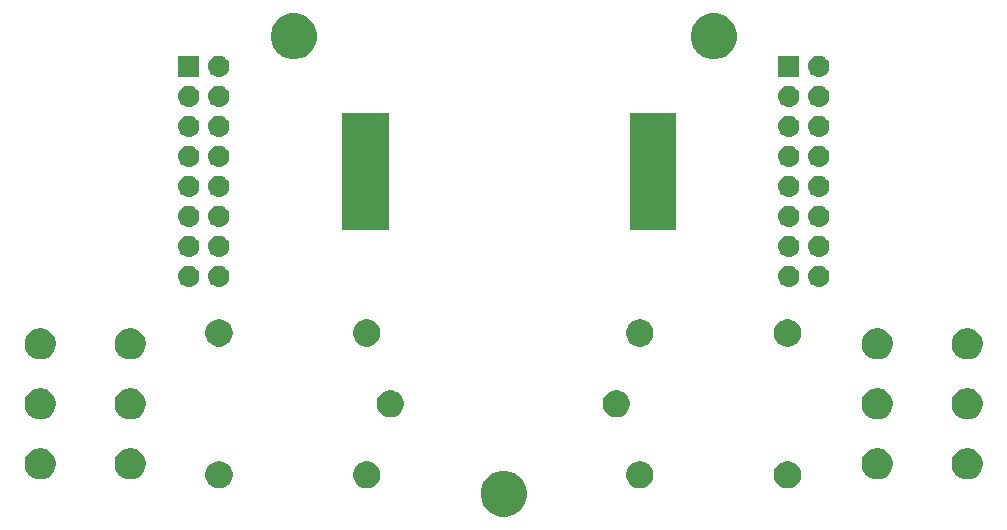
<source format=gbr>
G04 #@! TF.GenerationSoftware,KiCad,Pcbnew,(5.0.2)-1*
G04 #@! TF.CreationDate,2019-10-28T10:13:21+02:00*
G04 #@! TF.ProjectId,2-relay-over-io,322d7265-6c61-4792-9d6f-7665722d696f,rev?*
G04 #@! TF.SameCoordinates,Original*
G04 #@! TF.FileFunction,Soldermask,Bot*
G04 #@! TF.FilePolarity,Negative*
%FSLAX46Y46*%
G04 Gerber Fmt 4.6, Leading zero omitted, Abs format (unit mm)*
G04 Created by KiCad (PCBNEW (5.0.2)-1) date 28.10.2019 10:13:21*
%MOMM*%
%LPD*%
G01*
G04 APERTURE LIST*
%ADD10C,0.100000*%
G04 APERTURE END LIST*
D10*
G36*
X119949083Y-141633975D02*
X119949085Y-141633976D01*
X119949086Y-141633976D01*
X120304145Y-141781046D01*
X120619385Y-141991683D01*
X120623693Y-141994561D01*
X120895439Y-142266307D01*
X120895441Y-142266310D01*
X121108954Y-142585855D01*
X121194358Y-142792040D01*
X121256025Y-142940917D01*
X121277524Y-143049000D01*
X121331000Y-143317843D01*
X121331000Y-143702157D01*
X121256024Y-144079086D01*
X121108954Y-144434145D01*
X121108953Y-144434146D01*
X120895439Y-144753693D01*
X120623693Y-145025439D01*
X120623690Y-145025441D01*
X120304145Y-145238954D01*
X119949086Y-145386024D01*
X119949085Y-145386024D01*
X119949083Y-145386025D01*
X119572158Y-145461000D01*
X119187842Y-145461000D01*
X118810917Y-145386025D01*
X118810915Y-145386024D01*
X118810914Y-145386024D01*
X118455855Y-145238954D01*
X118136310Y-145025441D01*
X118136307Y-145025439D01*
X117864561Y-144753693D01*
X117651047Y-144434146D01*
X117651046Y-144434145D01*
X117503976Y-144079086D01*
X117429000Y-143702157D01*
X117429000Y-143317843D01*
X117482476Y-143049000D01*
X117503975Y-142940917D01*
X117565642Y-142792040D01*
X117651046Y-142585855D01*
X117864559Y-142266310D01*
X117864561Y-142266307D01*
X118136307Y-141994561D01*
X118140615Y-141991683D01*
X118455855Y-141781046D01*
X118810914Y-141633976D01*
X118810915Y-141633976D01*
X118810917Y-141633975D01*
X119187842Y-141559000D01*
X119572158Y-141559000D01*
X119949083Y-141633975D01*
X119949083Y-141633975D01*
G37*
G36*
X143746434Y-140791232D02*
X143955902Y-140877996D01*
X144144423Y-141003962D01*
X144304738Y-141164277D01*
X144430704Y-141352798D01*
X144517468Y-141562266D01*
X144561700Y-141784635D01*
X144561700Y-142011365D01*
X144517468Y-142233734D01*
X144430704Y-142443202D01*
X144304738Y-142631723D01*
X144144423Y-142792038D01*
X143955902Y-142918004D01*
X143746434Y-143004768D01*
X143524065Y-143049000D01*
X143297335Y-143049000D01*
X143074966Y-143004768D01*
X142865498Y-142918004D01*
X142676977Y-142792038D01*
X142516662Y-142631723D01*
X142390696Y-142443202D01*
X142303932Y-142233734D01*
X142259700Y-142011365D01*
X142259700Y-141784635D01*
X142303932Y-141562266D01*
X142390696Y-141352798D01*
X142516662Y-141164277D01*
X142676977Y-141003962D01*
X142865498Y-140877996D01*
X143074966Y-140791232D01*
X143297335Y-140747000D01*
X143524065Y-140747000D01*
X143746434Y-140791232D01*
X143746434Y-140791232D01*
G37*
G36*
X131246434Y-140791232D02*
X131455902Y-140877996D01*
X131644423Y-141003962D01*
X131804738Y-141164277D01*
X131930704Y-141352798D01*
X132017468Y-141562266D01*
X132061700Y-141784635D01*
X132061700Y-142011365D01*
X132017468Y-142233734D01*
X131930704Y-142443202D01*
X131804738Y-142631723D01*
X131644423Y-142792038D01*
X131455902Y-142918004D01*
X131246434Y-143004768D01*
X131024065Y-143049000D01*
X130797335Y-143049000D01*
X130574966Y-143004768D01*
X130365498Y-142918004D01*
X130176977Y-142792038D01*
X130016662Y-142631723D01*
X129890696Y-142443202D01*
X129803932Y-142233734D01*
X129759700Y-142011365D01*
X129759700Y-141784635D01*
X129803932Y-141562266D01*
X129890696Y-141352798D01*
X130016662Y-141164277D01*
X130176977Y-141003962D01*
X130365498Y-140877996D01*
X130574966Y-140791232D01*
X130797335Y-140747000D01*
X131024065Y-140747000D01*
X131246434Y-140791232D01*
X131246434Y-140791232D01*
G37*
G36*
X108108834Y-140787932D02*
X108318302Y-140874696D01*
X108506823Y-141000662D01*
X108667138Y-141160977D01*
X108793104Y-141349498D01*
X108879868Y-141558966D01*
X108924100Y-141781335D01*
X108924100Y-142008065D01*
X108879868Y-142230434D01*
X108793104Y-142439902D01*
X108667138Y-142628423D01*
X108506823Y-142788738D01*
X108318302Y-142914704D01*
X108108834Y-143001468D01*
X107886465Y-143045700D01*
X107659735Y-143045700D01*
X107437366Y-143001468D01*
X107227898Y-142914704D01*
X107039377Y-142788738D01*
X106879062Y-142628423D01*
X106753096Y-142439902D01*
X106666332Y-142230434D01*
X106622100Y-142008065D01*
X106622100Y-141781335D01*
X106666332Y-141558966D01*
X106753096Y-141349498D01*
X106879062Y-141160977D01*
X107039377Y-141000662D01*
X107227898Y-140874696D01*
X107437366Y-140787932D01*
X107659735Y-140743700D01*
X107886465Y-140743700D01*
X108108834Y-140787932D01*
X108108834Y-140787932D01*
G37*
G36*
X95608834Y-140787932D02*
X95818302Y-140874696D01*
X96006823Y-141000662D01*
X96167138Y-141160977D01*
X96293104Y-141349498D01*
X96379868Y-141558966D01*
X96424100Y-141781335D01*
X96424100Y-142008065D01*
X96379868Y-142230434D01*
X96293104Y-142439902D01*
X96167138Y-142628423D01*
X96006823Y-142788738D01*
X95818302Y-142914704D01*
X95608834Y-143001468D01*
X95386465Y-143045700D01*
X95159735Y-143045700D01*
X94937366Y-143001468D01*
X94727898Y-142914704D01*
X94539377Y-142788738D01*
X94379062Y-142628423D01*
X94253096Y-142439902D01*
X94166332Y-142230434D01*
X94122100Y-142008065D01*
X94122100Y-141781335D01*
X94166332Y-141558966D01*
X94253096Y-141349498D01*
X94379062Y-141160977D01*
X94539377Y-141000662D01*
X94727898Y-140874696D01*
X94937366Y-140787932D01*
X95159735Y-140743700D01*
X95386465Y-140743700D01*
X95608834Y-140787932D01*
X95608834Y-140787932D01*
G37*
G36*
X151303250Y-139682843D02*
X151388322Y-139699765D01*
X151458735Y-139728931D01*
X151628728Y-139799344D01*
X151845092Y-139943914D01*
X152029086Y-140127908D01*
X152173656Y-140344272D01*
X152273235Y-140584679D01*
X152324000Y-140839891D01*
X152324000Y-141100109D01*
X152290157Y-141270250D01*
X152274394Y-141349497D01*
X152273235Y-141355321D01*
X152173656Y-141595728D01*
X152029086Y-141812092D01*
X151845092Y-141996086D01*
X151628728Y-142140656D01*
X151458735Y-142211069D01*
X151388322Y-142240235D01*
X151303250Y-142257157D01*
X151133109Y-142291000D01*
X150872891Y-142291000D01*
X150702750Y-142257157D01*
X150617678Y-142240235D01*
X150547265Y-142211069D01*
X150377272Y-142140656D01*
X150160908Y-141996086D01*
X149976914Y-141812092D01*
X149832344Y-141595728D01*
X149732765Y-141355321D01*
X149731607Y-141349497D01*
X149715843Y-141270250D01*
X149682000Y-141100109D01*
X149682000Y-140839891D01*
X149732765Y-140584679D01*
X149832344Y-140344272D01*
X149976914Y-140127908D01*
X150160908Y-139943914D01*
X150377272Y-139799344D01*
X150547265Y-139728931D01*
X150617678Y-139699765D01*
X150702750Y-139682843D01*
X150872891Y-139649000D01*
X151133109Y-139649000D01*
X151303250Y-139682843D01*
X151303250Y-139682843D01*
G37*
G36*
X158923250Y-139682843D02*
X159008322Y-139699765D01*
X159078735Y-139728931D01*
X159248728Y-139799344D01*
X159465092Y-139943914D01*
X159649086Y-140127908D01*
X159793656Y-140344272D01*
X159893235Y-140584679D01*
X159944000Y-140839891D01*
X159944000Y-141100109D01*
X159910157Y-141270250D01*
X159894394Y-141349497D01*
X159893235Y-141355321D01*
X159793656Y-141595728D01*
X159649086Y-141812092D01*
X159465092Y-141996086D01*
X159248728Y-142140656D01*
X159078735Y-142211069D01*
X159008322Y-142240235D01*
X158923250Y-142257157D01*
X158753109Y-142291000D01*
X158492891Y-142291000D01*
X158322750Y-142257157D01*
X158237678Y-142240235D01*
X158167265Y-142211069D01*
X157997272Y-142140656D01*
X157780908Y-141996086D01*
X157596914Y-141812092D01*
X157452344Y-141595728D01*
X157352765Y-141355321D01*
X157351607Y-141349497D01*
X157335843Y-141270250D01*
X157302000Y-141100109D01*
X157302000Y-140839891D01*
X157352765Y-140584679D01*
X157452344Y-140344272D01*
X157596914Y-140127908D01*
X157780908Y-139943914D01*
X157997272Y-139799344D01*
X158167265Y-139728931D01*
X158237678Y-139699765D01*
X158322750Y-139682843D01*
X158492891Y-139649000D01*
X158753109Y-139649000D01*
X158923250Y-139682843D01*
X158923250Y-139682843D01*
G37*
G36*
X88057250Y-139682843D02*
X88142322Y-139699765D01*
X88212735Y-139728931D01*
X88382728Y-139799344D01*
X88599092Y-139943914D01*
X88783086Y-140127908D01*
X88927656Y-140344272D01*
X89027235Y-140584679D01*
X89078000Y-140839891D01*
X89078000Y-141100109D01*
X89044157Y-141270250D01*
X89028394Y-141349497D01*
X89027235Y-141355321D01*
X88927656Y-141595728D01*
X88783086Y-141812092D01*
X88599092Y-141996086D01*
X88382728Y-142140656D01*
X88212735Y-142211069D01*
X88142322Y-142240235D01*
X88057250Y-142257157D01*
X87887109Y-142291000D01*
X87626891Y-142291000D01*
X87456750Y-142257157D01*
X87371678Y-142240235D01*
X87301265Y-142211069D01*
X87131272Y-142140656D01*
X86914908Y-141996086D01*
X86730914Y-141812092D01*
X86586344Y-141595728D01*
X86486765Y-141355321D01*
X86485607Y-141349497D01*
X86469843Y-141270250D01*
X86436000Y-141100109D01*
X86436000Y-140839891D01*
X86486765Y-140584679D01*
X86586344Y-140344272D01*
X86730914Y-140127908D01*
X86914908Y-139943914D01*
X87131272Y-139799344D01*
X87301265Y-139728931D01*
X87371678Y-139699765D01*
X87456750Y-139682843D01*
X87626891Y-139649000D01*
X87887109Y-139649000D01*
X88057250Y-139682843D01*
X88057250Y-139682843D01*
G37*
G36*
X80437250Y-139682843D02*
X80522322Y-139699765D01*
X80592735Y-139728931D01*
X80762728Y-139799344D01*
X80979092Y-139943914D01*
X81163086Y-140127908D01*
X81307656Y-140344272D01*
X81407235Y-140584679D01*
X81458000Y-140839891D01*
X81458000Y-141100109D01*
X81424157Y-141270250D01*
X81408394Y-141349497D01*
X81407235Y-141355321D01*
X81307656Y-141595728D01*
X81163086Y-141812092D01*
X80979092Y-141996086D01*
X80762728Y-142140656D01*
X80592735Y-142211069D01*
X80522322Y-142240235D01*
X80437250Y-142257157D01*
X80267109Y-142291000D01*
X80006891Y-142291000D01*
X79836750Y-142257157D01*
X79751678Y-142240235D01*
X79681265Y-142211069D01*
X79511272Y-142140656D01*
X79294908Y-141996086D01*
X79110914Y-141812092D01*
X78966344Y-141595728D01*
X78866765Y-141355321D01*
X78865607Y-141349497D01*
X78849843Y-141270250D01*
X78816000Y-141100109D01*
X78816000Y-140839891D01*
X78866765Y-140584679D01*
X78966344Y-140344272D01*
X79110914Y-140127908D01*
X79294908Y-139943914D01*
X79511272Y-139799344D01*
X79681265Y-139728931D01*
X79751678Y-139699765D01*
X79836750Y-139682843D01*
X80006891Y-139649000D01*
X80267109Y-139649000D01*
X80437250Y-139682843D01*
X80437250Y-139682843D01*
G37*
G36*
X151303250Y-134602843D02*
X151388322Y-134619765D01*
X151458735Y-134648931D01*
X151628728Y-134719344D01*
X151845092Y-134863914D01*
X152029086Y-135047908D01*
X152173656Y-135264272D01*
X152273235Y-135504679D01*
X152324000Y-135759891D01*
X152324000Y-136020109D01*
X152273235Y-136275321D01*
X152173656Y-136515728D01*
X152029086Y-136732092D01*
X151845092Y-136916086D01*
X151628728Y-137060656D01*
X151458735Y-137131069D01*
X151388322Y-137160235D01*
X151303250Y-137177157D01*
X151133109Y-137211000D01*
X150872891Y-137211000D01*
X150702750Y-137177157D01*
X150617678Y-137160235D01*
X150547265Y-137131069D01*
X150377272Y-137060656D01*
X150160908Y-136916086D01*
X149976914Y-136732092D01*
X149832344Y-136515728D01*
X149732765Y-136275321D01*
X149682000Y-136020109D01*
X149682000Y-135759891D01*
X149732765Y-135504679D01*
X149832344Y-135264272D01*
X149976914Y-135047908D01*
X150160908Y-134863914D01*
X150377272Y-134719344D01*
X150547265Y-134648931D01*
X150617678Y-134619765D01*
X150702750Y-134602843D01*
X150872891Y-134569000D01*
X151133109Y-134569000D01*
X151303250Y-134602843D01*
X151303250Y-134602843D01*
G37*
G36*
X80437250Y-134602843D02*
X80522322Y-134619765D01*
X80592735Y-134648931D01*
X80762728Y-134719344D01*
X80979092Y-134863914D01*
X81163086Y-135047908D01*
X81307656Y-135264272D01*
X81407235Y-135504679D01*
X81458000Y-135759891D01*
X81458000Y-136020109D01*
X81407235Y-136275321D01*
X81307656Y-136515728D01*
X81163086Y-136732092D01*
X80979092Y-136916086D01*
X80762728Y-137060656D01*
X80592735Y-137131069D01*
X80522322Y-137160235D01*
X80437250Y-137177157D01*
X80267109Y-137211000D01*
X80006891Y-137211000D01*
X79836750Y-137177157D01*
X79751678Y-137160235D01*
X79681265Y-137131069D01*
X79511272Y-137060656D01*
X79294908Y-136916086D01*
X79110914Y-136732092D01*
X78966344Y-136515728D01*
X78866765Y-136275321D01*
X78816000Y-136020109D01*
X78816000Y-135759891D01*
X78866765Y-135504679D01*
X78966344Y-135264272D01*
X79110914Y-135047908D01*
X79294908Y-134863914D01*
X79511272Y-134719344D01*
X79681265Y-134648931D01*
X79751678Y-134619765D01*
X79836750Y-134602843D01*
X80006891Y-134569000D01*
X80267109Y-134569000D01*
X80437250Y-134602843D01*
X80437250Y-134602843D01*
G37*
G36*
X88057250Y-134602843D02*
X88142322Y-134619765D01*
X88212735Y-134648931D01*
X88382728Y-134719344D01*
X88599092Y-134863914D01*
X88783086Y-135047908D01*
X88927656Y-135264272D01*
X89027235Y-135504679D01*
X89078000Y-135759891D01*
X89078000Y-136020109D01*
X89027235Y-136275321D01*
X88927656Y-136515728D01*
X88783086Y-136732092D01*
X88599092Y-136916086D01*
X88382728Y-137060656D01*
X88212735Y-137131069D01*
X88142322Y-137160235D01*
X88057250Y-137177157D01*
X87887109Y-137211000D01*
X87626891Y-137211000D01*
X87456750Y-137177157D01*
X87371678Y-137160235D01*
X87301265Y-137131069D01*
X87131272Y-137060656D01*
X86914908Y-136916086D01*
X86730914Y-136732092D01*
X86586344Y-136515728D01*
X86486765Y-136275321D01*
X86436000Y-136020109D01*
X86436000Y-135759891D01*
X86486765Y-135504679D01*
X86586344Y-135264272D01*
X86730914Y-135047908D01*
X86914908Y-134863914D01*
X87131272Y-134719344D01*
X87301265Y-134648931D01*
X87371678Y-134619765D01*
X87456750Y-134602843D01*
X87626891Y-134569000D01*
X87887109Y-134569000D01*
X88057250Y-134602843D01*
X88057250Y-134602843D01*
G37*
G36*
X158923250Y-134602843D02*
X159008322Y-134619765D01*
X159078735Y-134648931D01*
X159248728Y-134719344D01*
X159465092Y-134863914D01*
X159649086Y-135047908D01*
X159793656Y-135264272D01*
X159893235Y-135504679D01*
X159944000Y-135759891D01*
X159944000Y-136020109D01*
X159893235Y-136275321D01*
X159793656Y-136515728D01*
X159649086Y-136732092D01*
X159465092Y-136916086D01*
X159248728Y-137060656D01*
X159078735Y-137131069D01*
X159008322Y-137160235D01*
X158923250Y-137177157D01*
X158753109Y-137211000D01*
X158492891Y-137211000D01*
X158322750Y-137177157D01*
X158237678Y-137160235D01*
X158167265Y-137131069D01*
X157997272Y-137060656D01*
X157780908Y-136916086D01*
X157596914Y-136732092D01*
X157452344Y-136515728D01*
X157352765Y-136275321D01*
X157302000Y-136020109D01*
X157302000Y-135759891D01*
X157352765Y-135504679D01*
X157452344Y-135264272D01*
X157596914Y-135047908D01*
X157780908Y-134863914D01*
X157997272Y-134719344D01*
X158167265Y-134648931D01*
X158237678Y-134619765D01*
X158322750Y-134602843D01*
X158492891Y-134569000D01*
X158753109Y-134569000D01*
X158923250Y-134602843D01*
X158923250Y-134602843D01*
G37*
G36*
X129246434Y-134791232D02*
X129455902Y-134877996D01*
X129644423Y-135003962D01*
X129804738Y-135164277D01*
X129930704Y-135352798D01*
X130017468Y-135562266D01*
X130061700Y-135784635D01*
X130061700Y-136011365D01*
X130017468Y-136233734D01*
X129930704Y-136443202D01*
X129804738Y-136631723D01*
X129644423Y-136792038D01*
X129455902Y-136918004D01*
X129246434Y-137004768D01*
X129024065Y-137049000D01*
X128797335Y-137049000D01*
X128574966Y-137004768D01*
X128365498Y-136918004D01*
X128176977Y-136792038D01*
X128016662Y-136631723D01*
X127890696Y-136443202D01*
X127803932Y-136233734D01*
X127759700Y-136011365D01*
X127759700Y-135784635D01*
X127803932Y-135562266D01*
X127890696Y-135352798D01*
X128016662Y-135164277D01*
X128176977Y-135003962D01*
X128365498Y-134877996D01*
X128574966Y-134791232D01*
X128797335Y-134747000D01*
X129024065Y-134747000D01*
X129246434Y-134791232D01*
X129246434Y-134791232D01*
G37*
G36*
X110108834Y-134787932D02*
X110318302Y-134874696D01*
X110506823Y-135000662D01*
X110667138Y-135160977D01*
X110793104Y-135349498D01*
X110879868Y-135558966D01*
X110924100Y-135781335D01*
X110924100Y-136008065D01*
X110879868Y-136230434D01*
X110793104Y-136439902D01*
X110667138Y-136628423D01*
X110506823Y-136788738D01*
X110318302Y-136914704D01*
X110108834Y-137001468D01*
X109886465Y-137045700D01*
X109659735Y-137045700D01*
X109437366Y-137001468D01*
X109227898Y-136914704D01*
X109039377Y-136788738D01*
X108879062Y-136628423D01*
X108753096Y-136439902D01*
X108666332Y-136230434D01*
X108622100Y-136008065D01*
X108622100Y-135781335D01*
X108666332Y-135558966D01*
X108753096Y-135349498D01*
X108879062Y-135160977D01*
X109039377Y-135000662D01*
X109227898Y-134874696D01*
X109437366Y-134787932D01*
X109659735Y-134743700D01*
X109886465Y-134743700D01*
X110108834Y-134787932D01*
X110108834Y-134787932D01*
G37*
G36*
X151303250Y-129522843D02*
X151388322Y-129539765D01*
X151434677Y-129558966D01*
X151628728Y-129639344D01*
X151845092Y-129783914D01*
X152029086Y-129967908D01*
X152173656Y-130184272D01*
X152244069Y-130354265D01*
X152273235Y-130424678D01*
X152276920Y-130443203D01*
X152324000Y-130679891D01*
X152324000Y-130940109D01*
X152273235Y-131195321D01*
X152173656Y-131435728D01*
X152029086Y-131652092D01*
X151845092Y-131836086D01*
X151628728Y-131980656D01*
X151458735Y-132051069D01*
X151388322Y-132080235D01*
X151303250Y-132097157D01*
X151133109Y-132131000D01*
X150872891Y-132131000D01*
X150702750Y-132097157D01*
X150617678Y-132080235D01*
X150547265Y-132051069D01*
X150377272Y-131980656D01*
X150160908Y-131836086D01*
X149976914Y-131652092D01*
X149832344Y-131435728D01*
X149732765Y-131195321D01*
X149682000Y-130940109D01*
X149682000Y-130679891D01*
X149729080Y-130443203D01*
X149732765Y-130424678D01*
X149761931Y-130354265D01*
X149832344Y-130184272D01*
X149976914Y-129967908D01*
X150160908Y-129783914D01*
X150377272Y-129639344D01*
X150571323Y-129558966D01*
X150617678Y-129539765D01*
X150702750Y-129522843D01*
X150872891Y-129489000D01*
X151133109Y-129489000D01*
X151303250Y-129522843D01*
X151303250Y-129522843D01*
G37*
G36*
X80437250Y-129522843D02*
X80522322Y-129539765D01*
X80568677Y-129558966D01*
X80762728Y-129639344D01*
X80979092Y-129783914D01*
X81163086Y-129967908D01*
X81307656Y-130184272D01*
X81378069Y-130354265D01*
X81407235Y-130424678D01*
X81410920Y-130443203D01*
X81458000Y-130679891D01*
X81458000Y-130940109D01*
X81407235Y-131195321D01*
X81307656Y-131435728D01*
X81163086Y-131652092D01*
X80979092Y-131836086D01*
X80762728Y-131980656D01*
X80592735Y-132051069D01*
X80522322Y-132080235D01*
X80437250Y-132097157D01*
X80267109Y-132131000D01*
X80006891Y-132131000D01*
X79836750Y-132097157D01*
X79751678Y-132080235D01*
X79681265Y-132051069D01*
X79511272Y-131980656D01*
X79294908Y-131836086D01*
X79110914Y-131652092D01*
X78966344Y-131435728D01*
X78866765Y-131195321D01*
X78816000Y-130940109D01*
X78816000Y-130679891D01*
X78863080Y-130443203D01*
X78866765Y-130424678D01*
X78895931Y-130354265D01*
X78966344Y-130184272D01*
X79110914Y-129967908D01*
X79294908Y-129783914D01*
X79511272Y-129639344D01*
X79705323Y-129558966D01*
X79751678Y-129539765D01*
X79836750Y-129522843D01*
X80006891Y-129489000D01*
X80267109Y-129489000D01*
X80437250Y-129522843D01*
X80437250Y-129522843D01*
G37*
G36*
X88057250Y-129522843D02*
X88142322Y-129539765D01*
X88188677Y-129558966D01*
X88382728Y-129639344D01*
X88599092Y-129783914D01*
X88783086Y-129967908D01*
X88927656Y-130184272D01*
X88998069Y-130354265D01*
X89027235Y-130424678D01*
X89030920Y-130443203D01*
X89078000Y-130679891D01*
X89078000Y-130940109D01*
X89027235Y-131195321D01*
X88927656Y-131435728D01*
X88783086Y-131652092D01*
X88599092Y-131836086D01*
X88382728Y-131980656D01*
X88212735Y-132051069D01*
X88142322Y-132080235D01*
X88057250Y-132097157D01*
X87887109Y-132131000D01*
X87626891Y-132131000D01*
X87456750Y-132097157D01*
X87371678Y-132080235D01*
X87301265Y-132051069D01*
X87131272Y-131980656D01*
X86914908Y-131836086D01*
X86730914Y-131652092D01*
X86586344Y-131435728D01*
X86486765Y-131195321D01*
X86436000Y-130940109D01*
X86436000Y-130679891D01*
X86483080Y-130443203D01*
X86486765Y-130424678D01*
X86515931Y-130354265D01*
X86586344Y-130184272D01*
X86730914Y-129967908D01*
X86914908Y-129783914D01*
X87131272Y-129639344D01*
X87325323Y-129558966D01*
X87371678Y-129539765D01*
X87456750Y-129522843D01*
X87626891Y-129489000D01*
X87887109Y-129489000D01*
X88057250Y-129522843D01*
X88057250Y-129522843D01*
G37*
G36*
X158923250Y-129522843D02*
X159008322Y-129539765D01*
X159054677Y-129558966D01*
X159248728Y-129639344D01*
X159465092Y-129783914D01*
X159649086Y-129967908D01*
X159793656Y-130184272D01*
X159864069Y-130354265D01*
X159893235Y-130424678D01*
X159896920Y-130443203D01*
X159944000Y-130679891D01*
X159944000Y-130940109D01*
X159893235Y-131195321D01*
X159793656Y-131435728D01*
X159649086Y-131652092D01*
X159465092Y-131836086D01*
X159248728Y-131980656D01*
X159078735Y-132051069D01*
X159008322Y-132080235D01*
X158923250Y-132097157D01*
X158753109Y-132131000D01*
X158492891Y-132131000D01*
X158322750Y-132097157D01*
X158237678Y-132080235D01*
X158167265Y-132051069D01*
X157997272Y-131980656D01*
X157780908Y-131836086D01*
X157596914Y-131652092D01*
X157452344Y-131435728D01*
X157352765Y-131195321D01*
X157302000Y-130940109D01*
X157302000Y-130679891D01*
X157349080Y-130443203D01*
X157352765Y-130424678D01*
X157381931Y-130354265D01*
X157452344Y-130184272D01*
X157596914Y-129967908D01*
X157780908Y-129783914D01*
X157997272Y-129639344D01*
X158191323Y-129558966D01*
X158237678Y-129539765D01*
X158322750Y-129522843D01*
X158492891Y-129489000D01*
X158753109Y-129489000D01*
X158923250Y-129522843D01*
X158923250Y-129522843D01*
G37*
G36*
X131246434Y-128791232D02*
X131455902Y-128877996D01*
X131644423Y-129003962D01*
X131804738Y-129164277D01*
X131930704Y-129352798D01*
X132017468Y-129562266D01*
X132061700Y-129784635D01*
X132061700Y-130011365D01*
X132017468Y-130233734D01*
X131930704Y-130443202D01*
X131804738Y-130631723D01*
X131644423Y-130792038D01*
X131455902Y-130918004D01*
X131246434Y-131004768D01*
X131024065Y-131049000D01*
X130797335Y-131049000D01*
X130574966Y-131004768D01*
X130365498Y-130918004D01*
X130176977Y-130792038D01*
X130016662Y-130631723D01*
X129890696Y-130443202D01*
X129803932Y-130233734D01*
X129759700Y-130011365D01*
X129759700Y-129784635D01*
X129803932Y-129562266D01*
X129890696Y-129352798D01*
X130016662Y-129164277D01*
X130176977Y-129003962D01*
X130365498Y-128877996D01*
X130574966Y-128791232D01*
X130797335Y-128747000D01*
X131024065Y-128747000D01*
X131246434Y-128791232D01*
X131246434Y-128791232D01*
G37*
G36*
X143746434Y-128791232D02*
X143955902Y-128877996D01*
X144144423Y-129003962D01*
X144304738Y-129164277D01*
X144430704Y-129352798D01*
X144517468Y-129562266D01*
X144561700Y-129784635D01*
X144561700Y-130011365D01*
X144517468Y-130233734D01*
X144430704Y-130443202D01*
X144304738Y-130631723D01*
X144144423Y-130792038D01*
X143955902Y-130918004D01*
X143746434Y-131004768D01*
X143524065Y-131049000D01*
X143297335Y-131049000D01*
X143074966Y-131004768D01*
X142865498Y-130918004D01*
X142676977Y-130792038D01*
X142516662Y-130631723D01*
X142390696Y-130443202D01*
X142303932Y-130233734D01*
X142259700Y-130011365D01*
X142259700Y-129784635D01*
X142303932Y-129562266D01*
X142390696Y-129352798D01*
X142516662Y-129164277D01*
X142676977Y-129003962D01*
X142865498Y-128877996D01*
X143074966Y-128791232D01*
X143297335Y-128747000D01*
X143524065Y-128747000D01*
X143746434Y-128791232D01*
X143746434Y-128791232D01*
G37*
G36*
X95608834Y-128787932D02*
X95818302Y-128874696D01*
X96006823Y-129000662D01*
X96167138Y-129160977D01*
X96293104Y-129349498D01*
X96379868Y-129558966D01*
X96424100Y-129781335D01*
X96424100Y-130008065D01*
X96379868Y-130230434D01*
X96293104Y-130439902D01*
X96167138Y-130628423D01*
X96006823Y-130788738D01*
X95818302Y-130914704D01*
X95608834Y-131001468D01*
X95386465Y-131045700D01*
X95159735Y-131045700D01*
X94937366Y-131001468D01*
X94727898Y-130914704D01*
X94539377Y-130788738D01*
X94379062Y-130628423D01*
X94253096Y-130439902D01*
X94166332Y-130230434D01*
X94122100Y-130008065D01*
X94122100Y-129781335D01*
X94166332Y-129558966D01*
X94253096Y-129349498D01*
X94379062Y-129160977D01*
X94539377Y-129000662D01*
X94727898Y-128874696D01*
X94937366Y-128787932D01*
X95159735Y-128743700D01*
X95386465Y-128743700D01*
X95608834Y-128787932D01*
X95608834Y-128787932D01*
G37*
G36*
X108108834Y-128787932D02*
X108318302Y-128874696D01*
X108506823Y-129000662D01*
X108667138Y-129160977D01*
X108793104Y-129349498D01*
X108879868Y-129558966D01*
X108924100Y-129781335D01*
X108924100Y-130008065D01*
X108879868Y-130230434D01*
X108793104Y-130439902D01*
X108667138Y-130628423D01*
X108506823Y-130788738D01*
X108318302Y-130914704D01*
X108108834Y-131001468D01*
X107886465Y-131045700D01*
X107659735Y-131045700D01*
X107437366Y-131001468D01*
X107227898Y-130914704D01*
X107039377Y-130788738D01*
X106879062Y-130628423D01*
X106753096Y-130439902D01*
X106666332Y-130230434D01*
X106622100Y-130008065D01*
X106622100Y-129781335D01*
X106666332Y-129558966D01*
X106753096Y-129349498D01*
X106879062Y-129160977D01*
X107039377Y-129000662D01*
X107227898Y-128874696D01*
X107437366Y-128787932D01*
X107659735Y-128743700D01*
X107886465Y-128743700D01*
X108108834Y-128787932D01*
X108108834Y-128787932D01*
G37*
G36*
X146160442Y-124200518D02*
X146226627Y-124207037D01*
X146339853Y-124241384D01*
X146396467Y-124258557D01*
X146535087Y-124332652D01*
X146552991Y-124342222D01*
X146588729Y-124371552D01*
X146690186Y-124454814D01*
X146773448Y-124556271D01*
X146802778Y-124592009D01*
X146802779Y-124592011D01*
X146886443Y-124748533D01*
X146886443Y-124748534D01*
X146937963Y-124918373D01*
X146955359Y-125095000D01*
X146937963Y-125271627D01*
X146903616Y-125384853D01*
X146886443Y-125441467D01*
X146812348Y-125580087D01*
X146802778Y-125597991D01*
X146773448Y-125633729D01*
X146690186Y-125735186D01*
X146588729Y-125818448D01*
X146552991Y-125847778D01*
X146552989Y-125847779D01*
X146396467Y-125931443D01*
X146339853Y-125948616D01*
X146226627Y-125982963D01*
X146160442Y-125989482D01*
X146094260Y-125996000D01*
X146005740Y-125996000D01*
X145939558Y-125989482D01*
X145873373Y-125982963D01*
X145760147Y-125948616D01*
X145703533Y-125931443D01*
X145547011Y-125847779D01*
X145547009Y-125847778D01*
X145511271Y-125818448D01*
X145409814Y-125735186D01*
X145326552Y-125633729D01*
X145297222Y-125597991D01*
X145287652Y-125580087D01*
X145213557Y-125441467D01*
X145196384Y-125384853D01*
X145162037Y-125271627D01*
X145144641Y-125095000D01*
X145162037Y-124918373D01*
X145213557Y-124748534D01*
X145213557Y-124748533D01*
X145297221Y-124592011D01*
X145297222Y-124592009D01*
X145326552Y-124556271D01*
X145409814Y-124454814D01*
X145511271Y-124371552D01*
X145547009Y-124342222D01*
X145564913Y-124332652D01*
X145703533Y-124258557D01*
X145760147Y-124241384D01*
X145873373Y-124207037D01*
X145939558Y-124200518D01*
X146005740Y-124194000D01*
X146094260Y-124194000D01*
X146160442Y-124200518D01*
X146160442Y-124200518D01*
G37*
G36*
X143620442Y-124200518D02*
X143686627Y-124207037D01*
X143799853Y-124241384D01*
X143856467Y-124258557D01*
X143995087Y-124332652D01*
X144012991Y-124342222D01*
X144048729Y-124371552D01*
X144150186Y-124454814D01*
X144233448Y-124556271D01*
X144262778Y-124592009D01*
X144262779Y-124592011D01*
X144346443Y-124748533D01*
X144346443Y-124748534D01*
X144397963Y-124918373D01*
X144415359Y-125095000D01*
X144397963Y-125271627D01*
X144363616Y-125384853D01*
X144346443Y-125441467D01*
X144272348Y-125580087D01*
X144262778Y-125597991D01*
X144233448Y-125633729D01*
X144150186Y-125735186D01*
X144048729Y-125818448D01*
X144012991Y-125847778D01*
X144012989Y-125847779D01*
X143856467Y-125931443D01*
X143799853Y-125948616D01*
X143686627Y-125982963D01*
X143620442Y-125989482D01*
X143554260Y-125996000D01*
X143465740Y-125996000D01*
X143399558Y-125989482D01*
X143333373Y-125982963D01*
X143220147Y-125948616D01*
X143163533Y-125931443D01*
X143007011Y-125847779D01*
X143007009Y-125847778D01*
X142971271Y-125818448D01*
X142869814Y-125735186D01*
X142786552Y-125633729D01*
X142757222Y-125597991D01*
X142747652Y-125580087D01*
X142673557Y-125441467D01*
X142656384Y-125384853D01*
X142622037Y-125271627D01*
X142604641Y-125095000D01*
X142622037Y-124918373D01*
X142673557Y-124748534D01*
X142673557Y-124748533D01*
X142757221Y-124592011D01*
X142757222Y-124592009D01*
X142786552Y-124556271D01*
X142869814Y-124454814D01*
X142971271Y-124371552D01*
X143007009Y-124342222D01*
X143024913Y-124332652D01*
X143163533Y-124258557D01*
X143220147Y-124241384D01*
X143333373Y-124207037D01*
X143399558Y-124200518D01*
X143465740Y-124194000D01*
X143554260Y-124194000D01*
X143620442Y-124200518D01*
X143620442Y-124200518D01*
G37*
G36*
X95360442Y-124200518D02*
X95426627Y-124207037D01*
X95539853Y-124241384D01*
X95596467Y-124258557D01*
X95735087Y-124332652D01*
X95752991Y-124342222D01*
X95788729Y-124371552D01*
X95890186Y-124454814D01*
X95973448Y-124556271D01*
X96002778Y-124592009D01*
X96002779Y-124592011D01*
X96086443Y-124748533D01*
X96086443Y-124748534D01*
X96137963Y-124918373D01*
X96155359Y-125095000D01*
X96137963Y-125271627D01*
X96103616Y-125384853D01*
X96086443Y-125441467D01*
X96012348Y-125580087D01*
X96002778Y-125597991D01*
X95973448Y-125633729D01*
X95890186Y-125735186D01*
X95788729Y-125818448D01*
X95752991Y-125847778D01*
X95752989Y-125847779D01*
X95596467Y-125931443D01*
X95539853Y-125948616D01*
X95426627Y-125982963D01*
X95360442Y-125989482D01*
X95294260Y-125996000D01*
X95205740Y-125996000D01*
X95139558Y-125989482D01*
X95073373Y-125982963D01*
X94960147Y-125948616D01*
X94903533Y-125931443D01*
X94747011Y-125847779D01*
X94747009Y-125847778D01*
X94711271Y-125818448D01*
X94609814Y-125735186D01*
X94526552Y-125633729D01*
X94497222Y-125597991D01*
X94487652Y-125580087D01*
X94413557Y-125441467D01*
X94396384Y-125384853D01*
X94362037Y-125271627D01*
X94344641Y-125095000D01*
X94362037Y-124918373D01*
X94413557Y-124748534D01*
X94413557Y-124748533D01*
X94497221Y-124592011D01*
X94497222Y-124592009D01*
X94526552Y-124556271D01*
X94609814Y-124454814D01*
X94711271Y-124371552D01*
X94747009Y-124342222D01*
X94764913Y-124332652D01*
X94903533Y-124258557D01*
X94960147Y-124241384D01*
X95073373Y-124207037D01*
X95139558Y-124200518D01*
X95205740Y-124194000D01*
X95294260Y-124194000D01*
X95360442Y-124200518D01*
X95360442Y-124200518D01*
G37*
G36*
X92820442Y-124200518D02*
X92886627Y-124207037D01*
X92999853Y-124241384D01*
X93056467Y-124258557D01*
X93195087Y-124332652D01*
X93212991Y-124342222D01*
X93248729Y-124371552D01*
X93350186Y-124454814D01*
X93433448Y-124556271D01*
X93462778Y-124592009D01*
X93462779Y-124592011D01*
X93546443Y-124748533D01*
X93546443Y-124748534D01*
X93597963Y-124918373D01*
X93615359Y-125095000D01*
X93597963Y-125271627D01*
X93563616Y-125384853D01*
X93546443Y-125441467D01*
X93472348Y-125580087D01*
X93462778Y-125597991D01*
X93433448Y-125633729D01*
X93350186Y-125735186D01*
X93248729Y-125818448D01*
X93212991Y-125847778D01*
X93212989Y-125847779D01*
X93056467Y-125931443D01*
X92999853Y-125948616D01*
X92886627Y-125982963D01*
X92820442Y-125989482D01*
X92754260Y-125996000D01*
X92665740Y-125996000D01*
X92599558Y-125989482D01*
X92533373Y-125982963D01*
X92420147Y-125948616D01*
X92363533Y-125931443D01*
X92207011Y-125847779D01*
X92207009Y-125847778D01*
X92171271Y-125818448D01*
X92069814Y-125735186D01*
X91986552Y-125633729D01*
X91957222Y-125597991D01*
X91947652Y-125580087D01*
X91873557Y-125441467D01*
X91856384Y-125384853D01*
X91822037Y-125271627D01*
X91804641Y-125095000D01*
X91822037Y-124918373D01*
X91873557Y-124748534D01*
X91873557Y-124748533D01*
X91957221Y-124592011D01*
X91957222Y-124592009D01*
X91986552Y-124556271D01*
X92069814Y-124454814D01*
X92171271Y-124371552D01*
X92207009Y-124342222D01*
X92224913Y-124332652D01*
X92363533Y-124258557D01*
X92420147Y-124241384D01*
X92533373Y-124207037D01*
X92599558Y-124200518D01*
X92665740Y-124194000D01*
X92754260Y-124194000D01*
X92820442Y-124200518D01*
X92820442Y-124200518D01*
G37*
G36*
X143620442Y-121660518D02*
X143686627Y-121667037D01*
X143799853Y-121701384D01*
X143856467Y-121718557D01*
X143995087Y-121792652D01*
X144012991Y-121802222D01*
X144048729Y-121831552D01*
X144150186Y-121914814D01*
X144233448Y-122016271D01*
X144262778Y-122052009D01*
X144262779Y-122052011D01*
X144346443Y-122208533D01*
X144346443Y-122208534D01*
X144397963Y-122378373D01*
X144415359Y-122555000D01*
X144397963Y-122731627D01*
X144363616Y-122844853D01*
X144346443Y-122901467D01*
X144272348Y-123040087D01*
X144262778Y-123057991D01*
X144233448Y-123093729D01*
X144150186Y-123195186D01*
X144048729Y-123278448D01*
X144012991Y-123307778D01*
X144012989Y-123307779D01*
X143856467Y-123391443D01*
X143799853Y-123408616D01*
X143686627Y-123442963D01*
X143620442Y-123449482D01*
X143554260Y-123456000D01*
X143465740Y-123456000D01*
X143399558Y-123449482D01*
X143333373Y-123442963D01*
X143220147Y-123408616D01*
X143163533Y-123391443D01*
X143007011Y-123307779D01*
X143007009Y-123307778D01*
X142971271Y-123278448D01*
X142869814Y-123195186D01*
X142786552Y-123093729D01*
X142757222Y-123057991D01*
X142747652Y-123040087D01*
X142673557Y-122901467D01*
X142656384Y-122844853D01*
X142622037Y-122731627D01*
X142604641Y-122555000D01*
X142622037Y-122378373D01*
X142673557Y-122208534D01*
X142673557Y-122208533D01*
X142757221Y-122052011D01*
X142757222Y-122052009D01*
X142786552Y-122016271D01*
X142869814Y-121914814D01*
X142971271Y-121831552D01*
X143007009Y-121802222D01*
X143024913Y-121792652D01*
X143163533Y-121718557D01*
X143220147Y-121701384D01*
X143333373Y-121667037D01*
X143399558Y-121660518D01*
X143465740Y-121654000D01*
X143554260Y-121654000D01*
X143620442Y-121660518D01*
X143620442Y-121660518D01*
G37*
G36*
X146160442Y-121660518D02*
X146226627Y-121667037D01*
X146339853Y-121701384D01*
X146396467Y-121718557D01*
X146535087Y-121792652D01*
X146552991Y-121802222D01*
X146588729Y-121831552D01*
X146690186Y-121914814D01*
X146773448Y-122016271D01*
X146802778Y-122052009D01*
X146802779Y-122052011D01*
X146886443Y-122208533D01*
X146886443Y-122208534D01*
X146937963Y-122378373D01*
X146955359Y-122555000D01*
X146937963Y-122731627D01*
X146903616Y-122844853D01*
X146886443Y-122901467D01*
X146812348Y-123040087D01*
X146802778Y-123057991D01*
X146773448Y-123093729D01*
X146690186Y-123195186D01*
X146588729Y-123278448D01*
X146552991Y-123307778D01*
X146552989Y-123307779D01*
X146396467Y-123391443D01*
X146339853Y-123408616D01*
X146226627Y-123442963D01*
X146160442Y-123449482D01*
X146094260Y-123456000D01*
X146005740Y-123456000D01*
X145939558Y-123449482D01*
X145873373Y-123442963D01*
X145760147Y-123408616D01*
X145703533Y-123391443D01*
X145547011Y-123307779D01*
X145547009Y-123307778D01*
X145511271Y-123278448D01*
X145409814Y-123195186D01*
X145326552Y-123093729D01*
X145297222Y-123057991D01*
X145287652Y-123040087D01*
X145213557Y-122901467D01*
X145196384Y-122844853D01*
X145162037Y-122731627D01*
X145144641Y-122555000D01*
X145162037Y-122378373D01*
X145213557Y-122208534D01*
X145213557Y-122208533D01*
X145297221Y-122052011D01*
X145297222Y-122052009D01*
X145326552Y-122016271D01*
X145409814Y-121914814D01*
X145511271Y-121831552D01*
X145547009Y-121802222D01*
X145564913Y-121792652D01*
X145703533Y-121718557D01*
X145760147Y-121701384D01*
X145873373Y-121667037D01*
X145939558Y-121660518D01*
X146005740Y-121654000D01*
X146094260Y-121654000D01*
X146160442Y-121660518D01*
X146160442Y-121660518D01*
G37*
G36*
X92820442Y-121660518D02*
X92886627Y-121667037D01*
X92999853Y-121701384D01*
X93056467Y-121718557D01*
X93195087Y-121792652D01*
X93212991Y-121802222D01*
X93248729Y-121831552D01*
X93350186Y-121914814D01*
X93433448Y-122016271D01*
X93462778Y-122052009D01*
X93462779Y-122052011D01*
X93546443Y-122208533D01*
X93546443Y-122208534D01*
X93597963Y-122378373D01*
X93615359Y-122555000D01*
X93597963Y-122731627D01*
X93563616Y-122844853D01*
X93546443Y-122901467D01*
X93472348Y-123040087D01*
X93462778Y-123057991D01*
X93433448Y-123093729D01*
X93350186Y-123195186D01*
X93248729Y-123278448D01*
X93212991Y-123307778D01*
X93212989Y-123307779D01*
X93056467Y-123391443D01*
X92999853Y-123408616D01*
X92886627Y-123442963D01*
X92820442Y-123449482D01*
X92754260Y-123456000D01*
X92665740Y-123456000D01*
X92599558Y-123449482D01*
X92533373Y-123442963D01*
X92420147Y-123408616D01*
X92363533Y-123391443D01*
X92207011Y-123307779D01*
X92207009Y-123307778D01*
X92171271Y-123278448D01*
X92069814Y-123195186D01*
X91986552Y-123093729D01*
X91957222Y-123057991D01*
X91947652Y-123040087D01*
X91873557Y-122901467D01*
X91856384Y-122844853D01*
X91822037Y-122731627D01*
X91804641Y-122555000D01*
X91822037Y-122378373D01*
X91873557Y-122208534D01*
X91873557Y-122208533D01*
X91957221Y-122052011D01*
X91957222Y-122052009D01*
X91986552Y-122016271D01*
X92069814Y-121914814D01*
X92171271Y-121831552D01*
X92207009Y-121802222D01*
X92224913Y-121792652D01*
X92363533Y-121718557D01*
X92420147Y-121701384D01*
X92533373Y-121667037D01*
X92599558Y-121660518D01*
X92665740Y-121654000D01*
X92754260Y-121654000D01*
X92820442Y-121660518D01*
X92820442Y-121660518D01*
G37*
G36*
X95360442Y-121660518D02*
X95426627Y-121667037D01*
X95539853Y-121701384D01*
X95596467Y-121718557D01*
X95735087Y-121792652D01*
X95752991Y-121802222D01*
X95788729Y-121831552D01*
X95890186Y-121914814D01*
X95973448Y-122016271D01*
X96002778Y-122052009D01*
X96002779Y-122052011D01*
X96086443Y-122208533D01*
X96086443Y-122208534D01*
X96137963Y-122378373D01*
X96155359Y-122555000D01*
X96137963Y-122731627D01*
X96103616Y-122844853D01*
X96086443Y-122901467D01*
X96012348Y-123040087D01*
X96002778Y-123057991D01*
X95973448Y-123093729D01*
X95890186Y-123195186D01*
X95788729Y-123278448D01*
X95752991Y-123307778D01*
X95752989Y-123307779D01*
X95596467Y-123391443D01*
X95539853Y-123408616D01*
X95426627Y-123442963D01*
X95360442Y-123449482D01*
X95294260Y-123456000D01*
X95205740Y-123456000D01*
X95139558Y-123449482D01*
X95073373Y-123442963D01*
X94960147Y-123408616D01*
X94903533Y-123391443D01*
X94747011Y-123307779D01*
X94747009Y-123307778D01*
X94711271Y-123278448D01*
X94609814Y-123195186D01*
X94526552Y-123093729D01*
X94497222Y-123057991D01*
X94487652Y-123040087D01*
X94413557Y-122901467D01*
X94396384Y-122844853D01*
X94362037Y-122731627D01*
X94344641Y-122555000D01*
X94362037Y-122378373D01*
X94413557Y-122208534D01*
X94413557Y-122208533D01*
X94497221Y-122052011D01*
X94497222Y-122052009D01*
X94526552Y-122016271D01*
X94609814Y-121914814D01*
X94711271Y-121831552D01*
X94747009Y-121802222D01*
X94764913Y-121792652D01*
X94903533Y-121718557D01*
X94960147Y-121701384D01*
X95073373Y-121667037D01*
X95139558Y-121660518D01*
X95205740Y-121654000D01*
X95294260Y-121654000D01*
X95360442Y-121660518D01*
X95360442Y-121660518D01*
G37*
G36*
X109631000Y-121156000D02*
X105729000Y-121156000D01*
X105729000Y-111254000D01*
X109631000Y-111254000D01*
X109631000Y-121156000D01*
X109631000Y-121156000D01*
G37*
G36*
X133936000Y-121156000D02*
X130034000Y-121156000D01*
X130034000Y-111254000D01*
X133936000Y-111254000D01*
X133936000Y-121156000D01*
X133936000Y-121156000D01*
G37*
G36*
X146160443Y-119120519D02*
X146226627Y-119127037D01*
X146322105Y-119156000D01*
X146396467Y-119178557D01*
X146535087Y-119252652D01*
X146552991Y-119262222D01*
X146588729Y-119291552D01*
X146690186Y-119374814D01*
X146773448Y-119476271D01*
X146802778Y-119512009D01*
X146802779Y-119512011D01*
X146886443Y-119668533D01*
X146886443Y-119668534D01*
X146937963Y-119838373D01*
X146955359Y-120015000D01*
X146937963Y-120191627D01*
X146903616Y-120304853D01*
X146886443Y-120361467D01*
X146812348Y-120500087D01*
X146802778Y-120517991D01*
X146773448Y-120553729D01*
X146690186Y-120655186D01*
X146588729Y-120738448D01*
X146552991Y-120767778D01*
X146552989Y-120767779D01*
X146396467Y-120851443D01*
X146339853Y-120868616D01*
X146226627Y-120902963D01*
X146160442Y-120909482D01*
X146094260Y-120916000D01*
X146005740Y-120916000D01*
X145939558Y-120909482D01*
X145873373Y-120902963D01*
X145760147Y-120868616D01*
X145703533Y-120851443D01*
X145547011Y-120767779D01*
X145547009Y-120767778D01*
X145511271Y-120738448D01*
X145409814Y-120655186D01*
X145326552Y-120553729D01*
X145297222Y-120517991D01*
X145287652Y-120500087D01*
X145213557Y-120361467D01*
X145196384Y-120304853D01*
X145162037Y-120191627D01*
X145144641Y-120015000D01*
X145162037Y-119838373D01*
X145213557Y-119668534D01*
X145213557Y-119668533D01*
X145297221Y-119512011D01*
X145297222Y-119512009D01*
X145326552Y-119476271D01*
X145409814Y-119374814D01*
X145511271Y-119291552D01*
X145547009Y-119262222D01*
X145564913Y-119252652D01*
X145703533Y-119178557D01*
X145777895Y-119156000D01*
X145873373Y-119127037D01*
X145939557Y-119120519D01*
X146005740Y-119114000D01*
X146094260Y-119114000D01*
X146160443Y-119120519D01*
X146160443Y-119120519D01*
G37*
G36*
X143620443Y-119120519D02*
X143686627Y-119127037D01*
X143782105Y-119156000D01*
X143856467Y-119178557D01*
X143995087Y-119252652D01*
X144012991Y-119262222D01*
X144048729Y-119291552D01*
X144150186Y-119374814D01*
X144233448Y-119476271D01*
X144262778Y-119512009D01*
X144262779Y-119512011D01*
X144346443Y-119668533D01*
X144346443Y-119668534D01*
X144397963Y-119838373D01*
X144415359Y-120015000D01*
X144397963Y-120191627D01*
X144363616Y-120304853D01*
X144346443Y-120361467D01*
X144272348Y-120500087D01*
X144262778Y-120517991D01*
X144233448Y-120553729D01*
X144150186Y-120655186D01*
X144048729Y-120738448D01*
X144012991Y-120767778D01*
X144012989Y-120767779D01*
X143856467Y-120851443D01*
X143799853Y-120868616D01*
X143686627Y-120902963D01*
X143620442Y-120909482D01*
X143554260Y-120916000D01*
X143465740Y-120916000D01*
X143399558Y-120909482D01*
X143333373Y-120902963D01*
X143220147Y-120868616D01*
X143163533Y-120851443D01*
X143007011Y-120767779D01*
X143007009Y-120767778D01*
X142971271Y-120738448D01*
X142869814Y-120655186D01*
X142786552Y-120553729D01*
X142757222Y-120517991D01*
X142747652Y-120500087D01*
X142673557Y-120361467D01*
X142656384Y-120304853D01*
X142622037Y-120191627D01*
X142604641Y-120015000D01*
X142622037Y-119838373D01*
X142673557Y-119668534D01*
X142673557Y-119668533D01*
X142757221Y-119512011D01*
X142757222Y-119512009D01*
X142786552Y-119476271D01*
X142869814Y-119374814D01*
X142971271Y-119291552D01*
X143007009Y-119262222D01*
X143024913Y-119252652D01*
X143163533Y-119178557D01*
X143237895Y-119156000D01*
X143333373Y-119127037D01*
X143399557Y-119120519D01*
X143465740Y-119114000D01*
X143554260Y-119114000D01*
X143620443Y-119120519D01*
X143620443Y-119120519D01*
G37*
G36*
X92820443Y-119120519D02*
X92886627Y-119127037D01*
X92982105Y-119156000D01*
X93056467Y-119178557D01*
X93195087Y-119252652D01*
X93212991Y-119262222D01*
X93248729Y-119291552D01*
X93350186Y-119374814D01*
X93433448Y-119476271D01*
X93462778Y-119512009D01*
X93462779Y-119512011D01*
X93546443Y-119668533D01*
X93546443Y-119668534D01*
X93597963Y-119838373D01*
X93615359Y-120015000D01*
X93597963Y-120191627D01*
X93563616Y-120304853D01*
X93546443Y-120361467D01*
X93472348Y-120500087D01*
X93462778Y-120517991D01*
X93433448Y-120553729D01*
X93350186Y-120655186D01*
X93248729Y-120738448D01*
X93212991Y-120767778D01*
X93212989Y-120767779D01*
X93056467Y-120851443D01*
X92999853Y-120868616D01*
X92886627Y-120902963D01*
X92820442Y-120909482D01*
X92754260Y-120916000D01*
X92665740Y-120916000D01*
X92599558Y-120909482D01*
X92533373Y-120902963D01*
X92420147Y-120868616D01*
X92363533Y-120851443D01*
X92207011Y-120767779D01*
X92207009Y-120767778D01*
X92171271Y-120738448D01*
X92069814Y-120655186D01*
X91986552Y-120553729D01*
X91957222Y-120517991D01*
X91947652Y-120500087D01*
X91873557Y-120361467D01*
X91856384Y-120304853D01*
X91822037Y-120191627D01*
X91804641Y-120015000D01*
X91822037Y-119838373D01*
X91873557Y-119668534D01*
X91873557Y-119668533D01*
X91957221Y-119512011D01*
X91957222Y-119512009D01*
X91986552Y-119476271D01*
X92069814Y-119374814D01*
X92171271Y-119291552D01*
X92207009Y-119262222D01*
X92224913Y-119252652D01*
X92363533Y-119178557D01*
X92437895Y-119156000D01*
X92533373Y-119127037D01*
X92599557Y-119120519D01*
X92665740Y-119114000D01*
X92754260Y-119114000D01*
X92820443Y-119120519D01*
X92820443Y-119120519D01*
G37*
G36*
X95360443Y-119120519D02*
X95426627Y-119127037D01*
X95522105Y-119156000D01*
X95596467Y-119178557D01*
X95735087Y-119252652D01*
X95752991Y-119262222D01*
X95788729Y-119291552D01*
X95890186Y-119374814D01*
X95973448Y-119476271D01*
X96002778Y-119512009D01*
X96002779Y-119512011D01*
X96086443Y-119668533D01*
X96086443Y-119668534D01*
X96137963Y-119838373D01*
X96155359Y-120015000D01*
X96137963Y-120191627D01*
X96103616Y-120304853D01*
X96086443Y-120361467D01*
X96012348Y-120500087D01*
X96002778Y-120517991D01*
X95973448Y-120553729D01*
X95890186Y-120655186D01*
X95788729Y-120738448D01*
X95752991Y-120767778D01*
X95752989Y-120767779D01*
X95596467Y-120851443D01*
X95539853Y-120868616D01*
X95426627Y-120902963D01*
X95360442Y-120909482D01*
X95294260Y-120916000D01*
X95205740Y-120916000D01*
X95139558Y-120909482D01*
X95073373Y-120902963D01*
X94960147Y-120868616D01*
X94903533Y-120851443D01*
X94747011Y-120767779D01*
X94747009Y-120767778D01*
X94711271Y-120738448D01*
X94609814Y-120655186D01*
X94526552Y-120553729D01*
X94497222Y-120517991D01*
X94487652Y-120500087D01*
X94413557Y-120361467D01*
X94396384Y-120304853D01*
X94362037Y-120191627D01*
X94344641Y-120015000D01*
X94362037Y-119838373D01*
X94413557Y-119668534D01*
X94413557Y-119668533D01*
X94497221Y-119512011D01*
X94497222Y-119512009D01*
X94526552Y-119476271D01*
X94609814Y-119374814D01*
X94711271Y-119291552D01*
X94747009Y-119262222D01*
X94764913Y-119252652D01*
X94903533Y-119178557D01*
X94977895Y-119156000D01*
X95073373Y-119127037D01*
X95139557Y-119120519D01*
X95205740Y-119114000D01*
X95294260Y-119114000D01*
X95360443Y-119120519D01*
X95360443Y-119120519D01*
G37*
G36*
X143620443Y-116580519D02*
X143686627Y-116587037D01*
X143799853Y-116621384D01*
X143856467Y-116638557D01*
X143995087Y-116712652D01*
X144012991Y-116722222D01*
X144048729Y-116751552D01*
X144150186Y-116834814D01*
X144233448Y-116936271D01*
X144262778Y-116972009D01*
X144262779Y-116972011D01*
X144346443Y-117128533D01*
X144346443Y-117128534D01*
X144397963Y-117298373D01*
X144415359Y-117475000D01*
X144397963Y-117651627D01*
X144363616Y-117764853D01*
X144346443Y-117821467D01*
X144272348Y-117960087D01*
X144262778Y-117977991D01*
X144233448Y-118013729D01*
X144150186Y-118115186D01*
X144048729Y-118198448D01*
X144012991Y-118227778D01*
X144012989Y-118227779D01*
X143856467Y-118311443D01*
X143799853Y-118328616D01*
X143686627Y-118362963D01*
X143620442Y-118369482D01*
X143554260Y-118376000D01*
X143465740Y-118376000D01*
X143399558Y-118369482D01*
X143333373Y-118362963D01*
X143220147Y-118328616D01*
X143163533Y-118311443D01*
X143007011Y-118227779D01*
X143007009Y-118227778D01*
X142971271Y-118198448D01*
X142869814Y-118115186D01*
X142786552Y-118013729D01*
X142757222Y-117977991D01*
X142747652Y-117960087D01*
X142673557Y-117821467D01*
X142656384Y-117764853D01*
X142622037Y-117651627D01*
X142604641Y-117475000D01*
X142622037Y-117298373D01*
X142673557Y-117128534D01*
X142673557Y-117128533D01*
X142757221Y-116972011D01*
X142757222Y-116972009D01*
X142786552Y-116936271D01*
X142869814Y-116834814D01*
X142971271Y-116751552D01*
X143007009Y-116722222D01*
X143024913Y-116712652D01*
X143163533Y-116638557D01*
X143220147Y-116621384D01*
X143333373Y-116587037D01*
X143399557Y-116580519D01*
X143465740Y-116574000D01*
X143554260Y-116574000D01*
X143620443Y-116580519D01*
X143620443Y-116580519D01*
G37*
G36*
X146160443Y-116580519D02*
X146226627Y-116587037D01*
X146339853Y-116621384D01*
X146396467Y-116638557D01*
X146535087Y-116712652D01*
X146552991Y-116722222D01*
X146588729Y-116751552D01*
X146690186Y-116834814D01*
X146773448Y-116936271D01*
X146802778Y-116972009D01*
X146802779Y-116972011D01*
X146886443Y-117128533D01*
X146886443Y-117128534D01*
X146937963Y-117298373D01*
X146955359Y-117475000D01*
X146937963Y-117651627D01*
X146903616Y-117764853D01*
X146886443Y-117821467D01*
X146812348Y-117960087D01*
X146802778Y-117977991D01*
X146773448Y-118013729D01*
X146690186Y-118115186D01*
X146588729Y-118198448D01*
X146552991Y-118227778D01*
X146552989Y-118227779D01*
X146396467Y-118311443D01*
X146339853Y-118328616D01*
X146226627Y-118362963D01*
X146160442Y-118369482D01*
X146094260Y-118376000D01*
X146005740Y-118376000D01*
X145939558Y-118369482D01*
X145873373Y-118362963D01*
X145760147Y-118328616D01*
X145703533Y-118311443D01*
X145547011Y-118227779D01*
X145547009Y-118227778D01*
X145511271Y-118198448D01*
X145409814Y-118115186D01*
X145326552Y-118013729D01*
X145297222Y-117977991D01*
X145287652Y-117960087D01*
X145213557Y-117821467D01*
X145196384Y-117764853D01*
X145162037Y-117651627D01*
X145144641Y-117475000D01*
X145162037Y-117298373D01*
X145213557Y-117128534D01*
X145213557Y-117128533D01*
X145297221Y-116972011D01*
X145297222Y-116972009D01*
X145326552Y-116936271D01*
X145409814Y-116834814D01*
X145511271Y-116751552D01*
X145547009Y-116722222D01*
X145564913Y-116712652D01*
X145703533Y-116638557D01*
X145760147Y-116621384D01*
X145873373Y-116587037D01*
X145939557Y-116580519D01*
X146005740Y-116574000D01*
X146094260Y-116574000D01*
X146160443Y-116580519D01*
X146160443Y-116580519D01*
G37*
G36*
X95360443Y-116580519D02*
X95426627Y-116587037D01*
X95539853Y-116621384D01*
X95596467Y-116638557D01*
X95735087Y-116712652D01*
X95752991Y-116722222D01*
X95788729Y-116751552D01*
X95890186Y-116834814D01*
X95973448Y-116936271D01*
X96002778Y-116972009D01*
X96002779Y-116972011D01*
X96086443Y-117128533D01*
X96086443Y-117128534D01*
X96137963Y-117298373D01*
X96155359Y-117475000D01*
X96137963Y-117651627D01*
X96103616Y-117764853D01*
X96086443Y-117821467D01*
X96012348Y-117960087D01*
X96002778Y-117977991D01*
X95973448Y-118013729D01*
X95890186Y-118115186D01*
X95788729Y-118198448D01*
X95752991Y-118227778D01*
X95752989Y-118227779D01*
X95596467Y-118311443D01*
X95539853Y-118328616D01*
X95426627Y-118362963D01*
X95360442Y-118369482D01*
X95294260Y-118376000D01*
X95205740Y-118376000D01*
X95139558Y-118369482D01*
X95073373Y-118362963D01*
X94960147Y-118328616D01*
X94903533Y-118311443D01*
X94747011Y-118227779D01*
X94747009Y-118227778D01*
X94711271Y-118198448D01*
X94609814Y-118115186D01*
X94526552Y-118013729D01*
X94497222Y-117977991D01*
X94487652Y-117960087D01*
X94413557Y-117821467D01*
X94396384Y-117764853D01*
X94362037Y-117651627D01*
X94344641Y-117475000D01*
X94362037Y-117298373D01*
X94413557Y-117128534D01*
X94413557Y-117128533D01*
X94497221Y-116972011D01*
X94497222Y-116972009D01*
X94526552Y-116936271D01*
X94609814Y-116834814D01*
X94711271Y-116751552D01*
X94747009Y-116722222D01*
X94764913Y-116712652D01*
X94903533Y-116638557D01*
X94960147Y-116621384D01*
X95073373Y-116587037D01*
X95139557Y-116580519D01*
X95205740Y-116574000D01*
X95294260Y-116574000D01*
X95360443Y-116580519D01*
X95360443Y-116580519D01*
G37*
G36*
X92820443Y-116580519D02*
X92886627Y-116587037D01*
X92999853Y-116621384D01*
X93056467Y-116638557D01*
X93195087Y-116712652D01*
X93212991Y-116722222D01*
X93248729Y-116751552D01*
X93350186Y-116834814D01*
X93433448Y-116936271D01*
X93462778Y-116972009D01*
X93462779Y-116972011D01*
X93546443Y-117128533D01*
X93546443Y-117128534D01*
X93597963Y-117298373D01*
X93615359Y-117475000D01*
X93597963Y-117651627D01*
X93563616Y-117764853D01*
X93546443Y-117821467D01*
X93472348Y-117960087D01*
X93462778Y-117977991D01*
X93433448Y-118013729D01*
X93350186Y-118115186D01*
X93248729Y-118198448D01*
X93212991Y-118227778D01*
X93212989Y-118227779D01*
X93056467Y-118311443D01*
X92999853Y-118328616D01*
X92886627Y-118362963D01*
X92820442Y-118369482D01*
X92754260Y-118376000D01*
X92665740Y-118376000D01*
X92599558Y-118369482D01*
X92533373Y-118362963D01*
X92420147Y-118328616D01*
X92363533Y-118311443D01*
X92207011Y-118227779D01*
X92207009Y-118227778D01*
X92171271Y-118198448D01*
X92069814Y-118115186D01*
X91986552Y-118013729D01*
X91957222Y-117977991D01*
X91947652Y-117960087D01*
X91873557Y-117821467D01*
X91856384Y-117764853D01*
X91822037Y-117651627D01*
X91804641Y-117475000D01*
X91822037Y-117298373D01*
X91873557Y-117128534D01*
X91873557Y-117128533D01*
X91957221Y-116972011D01*
X91957222Y-116972009D01*
X91986552Y-116936271D01*
X92069814Y-116834814D01*
X92171271Y-116751552D01*
X92207009Y-116722222D01*
X92224913Y-116712652D01*
X92363533Y-116638557D01*
X92420147Y-116621384D01*
X92533373Y-116587037D01*
X92599557Y-116580519D01*
X92665740Y-116574000D01*
X92754260Y-116574000D01*
X92820443Y-116580519D01*
X92820443Y-116580519D01*
G37*
G36*
X143620442Y-114040518D02*
X143686627Y-114047037D01*
X143799853Y-114081384D01*
X143856467Y-114098557D01*
X143995087Y-114172652D01*
X144012991Y-114182222D01*
X144048729Y-114211552D01*
X144150186Y-114294814D01*
X144233448Y-114396271D01*
X144262778Y-114432009D01*
X144262779Y-114432011D01*
X144346443Y-114588533D01*
X144346443Y-114588534D01*
X144397963Y-114758373D01*
X144415359Y-114935000D01*
X144397963Y-115111627D01*
X144363616Y-115224853D01*
X144346443Y-115281467D01*
X144272348Y-115420087D01*
X144262778Y-115437991D01*
X144233448Y-115473729D01*
X144150186Y-115575186D01*
X144048729Y-115658448D01*
X144012991Y-115687778D01*
X144012989Y-115687779D01*
X143856467Y-115771443D01*
X143799853Y-115788616D01*
X143686627Y-115822963D01*
X143620443Y-115829481D01*
X143554260Y-115836000D01*
X143465740Y-115836000D01*
X143399557Y-115829481D01*
X143333373Y-115822963D01*
X143220147Y-115788616D01*
X143163533Y-115771443D01*
X143007011Y-115687779D01*
X143007009Y-115687778D01*
X142971271Y-115658448D01*
X142869814Y-115575186D01*
X142786552Y-115473729D01*
X142757222Y-115437991D01*
X142747652Y-115420087D01*
X142673557Y-115281467D01*
X142656384Y-115224853D01*
X142622037Y-115111627D01*
X142604641Y-114935000D01*
X142622037Y-114758373D01*
X142673557Y-114588534D01*
X142673557Y-114588533D01*
X142757221Y-114432011D01*
X142757222Y-114432009D01*
X142786552Y-114396271D01*
X142869814Y-114294814D01*
X142971271Y-114211552D01*
X143007009Y-114182222D01*
X143024913Y-114172652D01*
X143163533Y-114098557D01*
X143220147Y-114081384D01*
X143333373Y-114047037D01*
X143399558Y-114040518D01*
X143465740Y-114034000D01*
X143554260Y-114034000D01*
X143620442Y-114040518D01*
X143620442Y-114040518D01*
G37*
G36*
X146160442Y-114040518D02*
X146226627Y-114047037D01*
X146339853Y-114081384D01*
X146396467Y-114098557D01*
X146535087Y-114172652D01*
X146552991Y-114182222D01*
X146588729Y-114211552D01*
X146690186Y-114294814D01*
X146773448Y-114396271D01*
X146802778Y-114432009D01*
X146802779Y-114432011D01*
X146886443Y-114588533D01*
X146886443Y-114588534D01*
X146937963Y-114758373D01*
X146955359Y-114935000D01*
X146937963Y-115111627D01*
X146903616Y-115224853D01*
X146886443Y-115281467D01*
X146812348Y-115420087D01*
X146802778Y-115437991D01*
X146773448Y-115473729D01*
X146690186Y-115575186D01*
X146588729Y-115658448D01*
X146552991Y-115687778D01*
X146552989Y-115687779D01*
X146396467Y-115771443D01*
X146339853Y-115788616D01*
X146226627Y-115822963D01*
X146160443Y-115829481D01*
X146094260Y-115836000D01*
X146005740Y-115836000D01*
X145939557Y-115829481D01*
X145873373Y-115822963D01*
X145760147Y-115788616D01*
X145703533Y-115771443D01*
X145547011Y-115687779D01*
X145547009Y-115687778D01*
X145511271Y-115658448D01*
X145409814Y-115575186D01*
X145326552Y-115473729D01*
X145297222Y-115437991D01*
X145287652Y-115420087D01*
X145213557Y-115281467D01*
X145196384Y-115224853D01*
X145162037Y-115111627D01*
X145144641Y-114935000D01*
X145162037Y-114758373D01*
X145213557Y-114588534D01*
X145213557Y-114588533D01*
X145297221Y-114432011D01*
X145297222Y-114432009D01*
X145326552Y-114396271D01*
X145409814Y-114294814D01*
X145511271Y-114211552D01*
X145547009Y-114182222D01*
X145564913Y-114172652D01*
X145703533Y-114098557D01*
X145760147Y-114081384D01*
X145873373Y-114047037D01*
X145939558Y-114040518D01*
X146005740Y-114034000D01*
X146094260Y-114034000D01*
X146160442Y-114040518D01*
X146160442Y-114040518D01*
G37*
G36*
X92820442Y-114040518D02*
X92886627Y-114047037D01*
X92999853Y-114081384D01*
X93056467Y-114098557D01*
X93195087Y-114172652D01*
X93212991Y-114182222D01*
X93248729Y-114211552D01*
X93350186Y-114294814D01*
X93433448Y-114396271D01*
X93462778Y-114432009D01*
X93462779Y-114432011D01*
X93546443Y-114588533D01*
X93546443Y-114588534D01*
X93597963Y-114758373D01*
X93615359Y-114935000D01*
X93597963Y-115111627D01*
X93563616Y-115224853D01*
X93546443Y-115281467D01*
X93472348Y-115420087D01*
X93462778Y-115437991D01*
X93433448Y-115473729D01*
X93350186Y-115575186D01*
X93248729Y-115658448D01*
X93212991Y-115687778D01*
X93212989Y-115687779D01*
X93056467Y-115771443D01*
X92999853Y-115788616D01*
X92886627Y-115822963D01*
X92820443Y-115829481D01*
X92754260Y-115836000D01*
X92665740Y-115836000D01*
X92599557Y-115829481D01*
X92533373Y-115822963D01*
X92420147Y-115788616D01*
X92363533Y-115771443D01*
X92207011Y-115687779D01*
X92207009Y-115687778D01*
X92171271Y-115658448D01*
X92069814Y-115575186D01*
X91986552Y-115473729D01*
X91957222Y-115437991D01*
X91947652Y-115420087D01*
X91873557Y-115281467D01*
X91856384Y-115224853D01*
X91822037Y-115111627D01*
X91804641Y-114935000D01*
X91822037Y-114758373D01*
X91873557Y-114588534D01*
X91873557Y-114588533D01*
X91957221Y-114432011D01*
X91957222Y-114432009D01*
X91986552Y-114396271D01*
X92069814Y-114294814D01*
X92171271Y-114211552D01*
X92207009Y-114182222D01*
X92224913Y-114172652D01*
X92363533Y-114098557D01*
X92420147Y-114081384D01*
X92533373Y-114047037D01*
X92599558Y-114040518D01*
X92665740Y-114034000D01*
X92754260Y-114034000D01*
X92820442Y-114040518D01*
X92820442Y-114040518D01*
G37*
G36*
X95360442Y-114040518D02*
X95426627Y-114047037D01*
X95539853Y-114081384D01*
X95596467Y-114098557D01*
X95735087Y-114172652D01*
X95752991Y-114182222D01*
X95788729Y-114211552D01*
X95890186Y-114294814D01*
X95973448Y-114396271D01*
X96002778Y-114432009D01*
X96002779Y-114432011D01*
X96086443Y-114588533D01*
X96086443Y-114588534D01*
X96137963Y-114758373D01*
X96155359Y-114935000D01*
X96137963Y-115111627D01*
X96103616Y-115224853D01*
X96086443Y-115281467D01*
X96012348Y-115420087D01*
X96002778Y-115437991D01*
X95973448Y-115473729D01*
X95890186Y-115575186D01*
X95788729Y-115658448D01*
X95752991Y-115687778D01*
X95752989Y-115687779D01*
X95596467Y-115771443D01*
X95539853Y-115788616D01*
X95426627Y-115822963D01*
X95360443Y-115829481D01*
X95294260Y-115836000D01*
X95205740Y-115836000D01*
X95139557Y-115829481D01*
X95073373Y-115822963D01*
X94960147Y-115788616D01*
X94903533Y-115771443D01*
X94747011Y-115687779D01*
X94747009Y-115687778D01*
X94711271Y-115658448D01*
X94609814Y-115575186D01*
X94526552Y-115473729D01*
X94497222Y-115437991D01*
X94487652Y-115420087D01*
X94413557Y-115281467D01*
X94396384Y-115224853D01*
X94362037Y-115111627D01*
X94344641Y-114935000D01*
X94362037Y-114758373D01*
X94413557Y-114588534D01*
X94413557Y-114588533D01*
X94497221Y-114432011D01*
X94497222Y-114432009D01*
X94526552Y-114396271D01*
X94609814Y-114294814D01*
X94711271Y-114211552D01*
X94747009Y-114182222D01*
X94764913Y-114172652D01*
X94903533Y-114098557D01*
X94960147Y-114081384D01*
X95073373Y-114047037D01*
X95139558Y-114040518D01*
X95205740Y-114034000D01*
X95294260Y-114034000D01*
X95360442Y-114040518D01*
X95360442Y-114040518D01*
G37*
G36*
X95360443Y-111500519D02*
X95426627Y-111507037D01*
X95539853Y-111541384D01*
X95596467Y-111558557D01*
X95735087Y-111632652D01*
X95752991Y-111642222D01*
X95788729Y-111671552D01*
X95890186Y-111754814D01*
X95973448Y-111856271D01*
X96002778Y-111892009D01*
X96002779Y-111892011D01*
X96086443Y-112048533D01*
X96086443Y-112048534D01*
X96137963Y-112218373D01*
X96155359Y-112395000D01*
X96137963Y-112571627D01*
X96103616Y-112684853D01*
X96086443Y-112741467D01*
X96012348Y-112880087D01*
X96002778Y-112897991D01*
X95973448Y-112933729D01*
X95890186Y-113035186D01*
X95788729Y-113118448D01*
X95752991Y-113147778D01*
X95752989Y-113147779D01*
X95596467Y-113231443D01*
X95539853Y-113248616D01*
X95426627Y-113282963D01*
X95360443Y-113289481D01*
X95294260Y-113296000D01*
X95205740Y-113296000D01*
X95139557Y-113289481D01*
X95073373Y-113282963D01*
X94960147Y-113248616D01*
X94903533Y-113231443D01*
X94747011Y-113147779D01*
X94747009Y-113147778D01*
X94711271Y-113118448D01*
X94609814Y-113035186D01*
X94526552Y-112933729D01*
X94497222Y-112897991D01*
X94487652Y-112880087D01*
X94413557Y-112741467D01*
X94396384Y-112684853D01*
X94362037Y-112571627D01*
X94344641Y-112395000D01*
X94362037Y-112218373D01*
X94413557Y-112048534D01*
X94413557Y-112048533D01*
X94497221Y-111892011D01*
X94497222Y-111892009D01*
X94526552Y-111856271D01*
X94609814Y-111754814D01*
X94711271Y-111671552D01*
X94747009Y-111642222D01*
X94764913Y-111632652D01*
X94903533Y-111558557D01*
X94960147Y-111541384D01*
X95073373Y-111507037D01*
X95139557Y-111500519D01*
X95205740Y-111494000D01*
X95294260Y-111494000D01*
X95360443Y-111500519D01*
X95360443Y-111500519D01*
G37*
G36*
X92820443Y-111500519D02*
X92886627Y-111507037D01*
X92999853Y-111541384D01*
X93056467Y-111558557D01*
X93195087Y-111632652D01*
X93212991Y-111642222D01*
X93248729Y-111671552D01*
X93350186Y-111754814D01*
X93433448Y-111856271D01*
X93462778Y-111892009D01*
X93462779Y-111892011D01*
X93546443Y-112048533D01*
X93546443Y-112048534D01*
X93597963Y-112218373D01*
X93615359Y-112395000D01*
X93597963Y-112571627D01*
X93563616Y-112684853D01*
X93546443Y-112741467D01*
X93472348Y-112880087D01*
X93462778Y-112897991D01*
X93433448Y-112933729D01*
X93350186Y-113035186D01*
X93248729Y-113118448D01*
X93212991Y-113147778D01*
X93212989Y-113147779D01*
X93056467Y-113231443D01*
X92999853Y-113248616D01*
X92886627Y-113282963D01*
X92820443Y-113289481D01*
X92754260Y-113296000D01*
X92665740Y-113296000D01*
X92599557Y-113289481D01*
X92533373Y-113282963D01*
X92420147Y-113248616D01*
X92363533Y-113231443D01*
X92207011Y-113147779D01*
X92207009Y-113147778D01*
X92171271Y-113118448D01*
X92069814Y-113035186D01*
X91986552Y-112933729D01*
X91957222Y-112897991D01*
X91947652Y-112880087D01*
X91873557Y-112741467D01*
X91856384Y-112684853D01*
X91822037Y-112571627D01*
X91804641Y-112395000D01*
X91822037Y-112218373D01*
X91873557Y-112048534D01*
X91873557Y-112048533D01*
X91957221Y-111892011D01*
X91957222Y-111892009D01*
X91986552Y-111856271D01*
X92069814Y-111754814D01*
X92171271Y-111671552D01*
X92207009Y-111642222D01*
X92224913Y-111632652D01*
X92363533Y-111558557D01*
X92420147Y-111541384D01*
X92533373Y-111507037D01*
X92599557Y-111500519D01*
X92665740Y-111494000D01*
X92754260Y-111494000D01*
X92820443Y-111500519D01*
X92820443Y-111500519D01*
G37*
G36*
X143620443Y-111500519D02*
X143686627Y-111507037D01*
X143799853Y-111541384D01*
X143856467Y-111558557D01*
X143995087Y-111632652D01*
X144012991Y-111642222D01*
X144048729Y-111671552D01*
X144150186Y-111754814D01*
X144233448Y-111856271D01*
X144262778Y-111892009D01*
X144262779Y-111892011D01*
X144346443Y-112048533D01*
X144346443Y-112048534D01*
X144397963Y-112218373D01*
X144415359Y-112395000D01*
X144397963Y-112571627D01*
X144363616Y-112684853D01*
X144346443Y-112741467D01*
X144272348Y-112880087D01*
X144262778Y-112897991D01*
X144233448Y-112933729D01*
X144150186Y-113035186D01*
X144048729Y-113118448D01*
X144012991Y-113147778D01*
X144012989Y-113147779D01*
X143856467Y-113231443D01*
X143799853Y-113248616D01*
X143686627Y-113282963D01*
X143620443Y-113289481D01*
X143554260Y-113296000D01*
X143465740Y-113296000D01*
X143399557Y-113289481D01*
X143333373Y-113282963D01*
X143220147Y-113248616D01*
X143163533Y-113231443D01*
X143007011Y-113147779D01*
X143007009Y-113147778D01*
X142971271Y-113118448D01*
X142869814Y-113035186D01*
X142786552Y-112933729D01*
X142757222Y-112897991D01*
X142747652Y-112880087D01*
X142673557Y-112741467D01*
X142656384Y-112684853D01*
X142622037Y-112571627D01*
X142604641Y-112395000D01*
X142622037Y-112218373D01*
X142673557Y-112048534D01*
X142673557Y-112048533D01*
X142757221Y-111892011D01*
X142757222Y-111892009D01*
X142786552Y-111856271D01*
X142869814Y-111754814D01*
X142971271Y-111671552D01*
X143007009Y-111642222D01*
X143024913Y-111632652D01*
X143163533Y-111558557D01*
X143220147Y-111541384D01*
X143333373Y-111507037D01*
X143399557Y-111500519D01*
X143465740Y-111494000D01*
X143554260Y-111494000D01*
X143620443Y-111500519D01*
X143620443Y-111500519D01*
G37*
G36*
X146160443Y-111500519D02*
X146226627Y-111507037D01*
X146339853Y-111541384D01*
X146396467Y-111558557D01*
X146535087Y-111632652D01*
X146552991Y-111642222D01*
X146588729Y-111671552D01*
X146690186Y-111754814D01*
X146773448Y-111856271D01*
X146802778Y-111892009D01*
X146802779Y-111892011D01*
X146886443Y-112048533D01*
X146886443Y-112048534D01*
X146937963Y-112218373D01*
X146955359Y-112395000D01*
X146937963Y-112571627D01*
X146903616Y-112684853D01*
X146886443Y-112741467D01*
X146812348Y-112880087D01*
X146802778Y-112897991D01*
X146773448Y-112933729D01*
X146690186Y-113035186D01*
X146588729Y-113118448D01*
X146552991Y-113147778D01*
X146552989Y-113147779D01*
X146396467Y-113231443D01*
X146339853Y-113248616D01*
X146226627Y-113282963D01*
X146160443Y-113289481D01*
X146094260Y-113296000D01*
X146005740Y-113296000D01*
X145939557Y-113289481D01*
X145873373Y-113282963D01*
X145760147Y-113248616D01*
X145703533Y-113231443D01*
X145547011Y-113147779D01*
X145547009Y-113147778D01*
X145511271Y-113118448D01*
X145409814Y-113035186D01*
X145326552Y-112933729D01*
X145297222Y-112897991D01*
X145287652Y-112880087D01*
X145213557Y-112741467D01*
X145196384Y-112684853D01*
X145162037Y-112571627D01*
X145144641Y-112395000D01*
X145162037Y-112218373D01*
X145213557Y-112048534D01*
X145213557Y-112048533D01*
X145297221Y-111892011D01*
X145297222Y-111892009D01*
X145326552Y-111856271D01*
X145409814Y-111754814D01*
X145511271Y-111671552D01*
X145547009Y-111642222D01*
X145564913Y-111632652D01*
X145703533Y-111558557D01*
X145760147Y-111541384D01*
X145873373Y-111507037D01*
X145939557Y-111500519D01*
X146005740Y-111494000D01*
X146094260Y-111494000D01*
X146160443Y-111500519D01*
X146160443Y-111500519D01*
G37*
G36*
X146160443Y-108960519D02*
X146226627Y-108967037D01*
X146339853Y-109001384D01*
X146396467Y-109018557D01*
X146535087Y-109092652D01*
X146552991Y-109102222D01*
X146588729Y-109131552D01*
X146690186Y-109214814D01*
X146773448Y-109316271D01*
X146802778Y-109352009D01*
X146802779Y-109352011D01*
X146886443Y-109508533D01*
X146886443Y-109508534D01*
X146937963Y-109678373D01*
X146955359Y-109855000D01*
X146937963Y-110031627D01*
X146903616Y-110144853D01*
X146886443Y-110201467D01*
X146812348Y-110340087D01*
X146802778Y-110357991D01*
X146773448Y-110393729D01*
X146690186Y-110495186D01*
X146588729Y-110578448D01*
X146552991Y-110607778D01*
X146552989Y-110607779D01*
X146396467Y-110691443D01*
X146339853Y-110708616D01*
X146226627Y-110742963D01*
X146160442Y-110749482D01*
X146094260Y-110756000D01*
X146005740Y-110756000D01*
X145939558Y-110749482D01*
X145873373Y-110742963D01*
X145760147Y-110708616D01*
X145703533Y-110691443D01*
X145547011Y-110607779D01*
X145547009Y-110607778D01*
X145511271Y-110578448D01*
X145409814Y-110495186D01*
X145326552Y-110393729D01*
X145297222Y-110357991D01*
X145287652Y-110340087D01*
X145213557Y-110201467D01*
X145196384Y-110144853D01*
X145162037Y-110031627D01*
X145144641Y-109855000D01*
X145162037Y-109678373D01*
X145213557Y-109508534D01*
X145213557Y-109508533D01*
X145297221Y-109352011D01*
X145297222Y-109352009D01*
X145326552Y-109316271D01*
X145409814Y-109214814D01*
X145511271Y-109131552D01*
X145547009Y-109102222D01*
X145564913Y-109092652D01*
X145703533Y-109018557D01*
X145760147Y-109001384D01*
X145873373Y-108967037D01*
X145939557Y-108960519D01*
X146005740Y-108954000D01*
X146094260Y-108954000D01*
X146160443Y-108960519D01*
X146160443Y-108960519D01*
G37*
G36*
X92820443Y-108960519D02*
X92886627Y-108967037D01*
X92999853Y-109001384D01*
X93056467Y-109018557D01*
X93195087Y-109092652D01*
X93212991Y-109102222D01*
X93248729Y-109131552D01*
X93350186Y-109214814D01*
X93433448Y-109316271D01*
X93462778Y-109352009D01*
X93462779Y-109352011D01*
X93546443Y-109508533D01*
X93546443Y-109508534D01*
X93597963Y-109678373D01*
X93615359Y-109855000D01*
X93597963Y-110031627D01*
X93563616Y-110144853D01*
X93546443Y-110201467D01*
X93472348Y-110340087D01*
X93462778Y-110357991D01*
X93433448Y-110393729D01*
X93350186Y-110495186D01*
X93248729Y-110578448D01*
X93212991Y-110607778D01*
X93212989Y-110607779D01*
X93056467Y-110691443D01*
X92999853Y-110708616D01*
X92886627Y-110742963D01*
X92820442Y-110749482D01*
X92754260Y-110756000D01*
X92665740Y-110756000D01*
X92599558Y-110749482D01*
X92533373Y-110742963D01*
X92420147Y-110708616D01*
X92363533Y-110691443D01*
X92207011Y-110607779D01*
X92207009Y-110607778D01*
X92171271Y-110578448D01*
X92069814Y-110495186D01*
X91986552Y-110393729D01*
X91957222Y-110357991D01*
X91947652Y-110340087D01*
X91873557Y-110201467D01*
X91856384Y-110144853D01*
X91822037Y-110031627D01*
X91804641Y-109855000D01*
X91822037Y-109678373D01*
X91873557Y-109508534D01*
X91873557Y-109508533D01*
X91957221Y-109352011D01*
X91957222Y-109352009D01*
X91986552Y-109316271D01*
X92069814Y-109214814D01*
X92171271Y-109131552D01*
X92207009Y-109102222D01*
X92224913Y-109092652D01*
X92363533Y-109018557D01*
X92420147Y-109001384D01*
X92533373Y-108967037D01*
X92599557Y-108960519D01*
X92665740Y-108954000D01*
X92754260Y-108954000D01*
X92820443Y-108960519D01*
X92820443Y-108960519D01*
G37*
G36*
X143620443Y-108960519D02*
X143686627Y-108967037D01*
X143799853Y-109001384D01*
X143856467Y-109018557D01*
X143995087Y-109092652D01*
X144012991Y-109102222D01*
X144048729Y-109131552D01*
X144150186Y-109214814D01*
X144233448Y-109316271D01*
X144262778Y-109352009D01*
X144262779Y-109352011D01*
X144346443Y-109508533D01*
X144346443Y-109508534D01*
X144397963Y-109678373D01*
X144415359Y-109855000D01*
X144397963Y-110031627D01*
X144363616Y-110144853D01*
X144346443Y-110201467D01*
X144272348Y-110340087D01*
X144262778Y-110357991D01*
X144233448Y-110393729D01*
X144150186Y-110495186D01*
X144048729Y-110578448D01*
X144012991Y-110607778D01*
X144012989Y-110607779D01*
X143856467Y-110691443D01*
X143799853Y-110708616D01*
X143686627Y-110742963D01*
X143620442Y-110749482D01*
X143554260Y-110756000D01*
X143465740Y-110756000D01*
X143399558Y-110749482D01*
X143333373Y-110742963D01*
X143220147Y-110708616D01*
X143163533Y-110691443D01*
X143007011Y-110607779D01*
X143007009Y-110607778D01*
X142971271Y-110578448D01*
X142869814Y-110495186D01*
X142786552Y-110393729D01*
X142757222Y-110357991D01*
X142747652Y-110340087D01*
X142673557Y-110201467D01*
X142656384Y-110144853D01*
X142622037Y-110031627D01*
X142604641Y-109855000D01*
X142622037Y-109678373D01*
X142673557Y-109508534D01*
X142673557Y-109508533D01*
X142757221Y-109352011D01*
X142757222Y-109352009D01*
X142786552Y-109316271D01*
X142869814Y-109214814D01*
X142971271Y-109131552D01*
X143007009Y-109102222D01*
X143024913Y-109092652D01*
X143163533Y-109018557D01*
X143220147Y-109001384D01*
X143333373Y-108967037D01*
X143399557Y-108960519D01*
X143465740Y-108954000D01*
X143554260Y-108954000D01*
X143620443Y-108960519D01*
X143620443Y-108960519D01*
G37*
G36*
X95360443Y-108960519D02*
X95426627Y-108967037D01*
X95539853Y-109001384D01*
X95596467Y-109018557D01*
X95735087Y-109092652D01*
X95752991Y-109102222D01*
X95788729Y-109131552D01*
X95890186Y-109214814D01*
X95973448Y-109316271D01*
X96002778Y-109352009D01*
X96002779Y-109352011D01*
X96086443Y-109508533D01*
X96086443Y-109508534D01*
X96137963Y-109678373D01*
X96155359Y-109855000D01*
X96137963Y-110031627D01*
X96103616Y-110144853D01*
X96086443Y-110201467D01*
X96012348Y-110340087D01*
X96002778Y-110357991D01*
X95973448Y-110393729D01*
X95890186Y-110495186D01*
X95788729Y-110578448D01*
X95752991Y-110607778D01*
X95752989Y-110607779D01*
X95596467Y-110691443D01*
X95539853Y-110708616D01*
X95426627Y-110742963D01*
X95360442Y-110749482D01*
X95294260Y-110756000D01*
X95205740Y-110756000D01*
X95139558Y-110749482D01*
X95073373Y-110742963D01*
X94960147Y-110708616D01*
X94903533Y-110691443D01*
X94747011Y-110607779D01*
X94747009Y-110607778D01*
X94711271Y-110578448D01*
X94609814Y-110495186D01*
X94526552Y-110393729D01*
X94497222Y-110357991D01*
X94487652Y-110340087D01*
X94413557Y-110201467D01*
X94396384Y-110144853D01*
X94362037Y-110031627D01*
X94344641Y-109855000D01*
X94362037Y-109678373D01*
X94413557Y-109508534D01*
X94413557Y-109508533D01*
X94497221Y-109352011D01*
X94497222Y-109352009D01*
X94526552Y-109316271D01*
X94609814Y-109214814D01*
X94711271Y-109131552D01*
X94747009Y-109102222D01*
X94764913Y-109092652D01*
X94903533Y-109018557D01*
X94960147Y-109001384D01*
X95073373Y-108967037D01*
X95139557Y-108960519D01*
X95205740Y-108954000D01*
X95294260Y-108954000D01*
X95360443Y-108960519D01*
X95360443Y-108960519D01*
G37*
G36*
X146160443Y-106420519D02*
X146226627Y-106427037D01*
X146339853Y-106461384D01*
X146396467Y-106478557D01*
X146535087Y-106552652D01*
X146552991Y-106562222D01*
X146588729Y-106591552D01*
X146690186Y-106674814D01*
X146773448Y-106776271D01*
X146802778Y-106812009D01*
X146802779Y-106812011D01*
X146886443Y-106968533D01*
X146886443Y-106968534D01*
X146937963Y-107138373D01*
X146955359Y-107315000D01*
X146937963Y-107491627D01*
X146903616Y-107604853D01*
X146886443Y-107661467D01*
X146812348Y-107800087D01*
X146802778Y-107817991D01*
X146773448Y-107853729D01*
X146690186Y-107955186D01*
X146588729Y-108038448D01*
X146552991Y-108067778D01*
X146552989Y-108067779D01*
X146396467Y-108151443D01*
X146339853Y-108168616D01*
X146226627Y-108202963D01*
X146160443Y-108209481D01*
X146094260Y-108216000D01*
X146005740Y-108216000D01*
X145939557Y-108209481D01*
X145873373Y-108202963D01*
X145760147Y-108168616D01*
X145703533Y-108151443D01*
X145547011Y-108067779D01*
X145547009Y-108067778D01*
X145511271Y-108038448D01*
X145409814Y-107955186D01*
X145326552Y-107853729D01*
X145297222Y-107817991D01*
X145287652Y-107800087D01*
X145213557Y-107661467D01*
X145196384Y-107604853D01*
X145162037Y-107491627D01*
X145144641Y-107315000D01*
X145162037Y-107138373D01*
X145213557Y-106968534D01*
X145213557Y-106968533D01*
X145297221Y-106812011D01*
X145297222Y-106812009D01*
X145326552Y-106776271D01*
X145409814Y-106674814D01*
X145511271Y-106591552D01*
X145547009Y-106562222D01*
X145564913Y-106552652D01*
X145703533Y-106478557D01*
X145760147Y-106461384D01*
X145873373Y-106427037D01*
X145939557Y-106420519D01*
X146005740Y-106414000D01*
X146094260Y-106414000D01*
X146160443Y-106420519D01*
X146160443Y-106420519D01*
G37*
G36*
X144411000Y-108216000D02*
X142609000Y-108216000D01*
X142609000Y-106414000D01*
X144411000Y-106414000D01*
X144411000Y-108216000D01*
X144411000Y-108216000D01*
G37*
G36*
X95360443Y-106420519D02*
X95426627Y-106427037D01*
X95539853Y-106461384D01*
X95596467Y-106478557D01*
X95735087Y-106552652D01*
X95752991Y-106562222D01*
X95788729Y-106591552D01*
X95890186Y-106674814D01*
X95973448Y-106776271D01*
X96002778Y-106812009D01*
X96002779Y-106812011D01*
X96086443Y-106968533D01*
X96086443Y-106968534D01*
X96137963Y-107138373D01*
X96155359Y-107315000D01*
X96137963Y-107491627D01*
X96103616Y-107604853D01*
X96086443Y-107661467D01*
X96012348Y-107800087D01*
X96002778Y-107817991D01*
X95973448Y-107853729D01*
X95890186Y-107955186D01*
X95788729Y-108038448D01*
X95752991Y-108067778D01*
X95752989Y-108067779D01*
X95596467Y-108151443D01*
X95539853Y-108168616D01*
X95426627Y-108202963D01*
X95360443Y-108209481D01*
X95294260Y-108216000D01*
X95205740Y-108216000D01*
X95139557Y-108209481D01*
X95073373Y-108202963D01*
X94960147Y-108168616D01*
X94903533Y-108151443D01*
X94747011Y-108067779D01*
X94747009Y-108067778D01*
X94711271Y-108038448D01*
X94609814Y-107955186D01*
X94526552Y-107853729D01*
X94497222Y-107817991D01*
X94487652Y-107800087D01*
X94413557Y-107661467D01*
X94396384Y-107604853D01*
X94362037Y-107491627D01*
X94344641Y-107315000D01*
X94362037Y-107138373D01*
X94413557Y-106968534D01*
X94413557Y-106968533D01*
X94497221Y-106812011D01*
X94497222Y-106812009D01*
X94526552Y-106776271D01*
X94609814Y-106674814D01*
X94711271Y-106591552D01*
X94747009Y-106562222D01*
X94764913Y-106552652D01*
X94903533Y-106478557D01*
X94960147Y-106461384D01*
X95073373Y-106427037D01*
X95139557Y-106420519D01*
X95205740Y-106414000D01*
X95294260Y-106414000D01*
X95360443Y-106420519D01*
X95360443Y-106420519D01*
G37*
G36*
X93611000Y-108216000D02*
X91809000Y-108216000D01*
X91809000Y-106414000D01*
X93611000Y-106414000D01*
X93611000Y-108216000D01*
X93611000Y-108216000D01*
G37*
G36*
X102169083Y-102898975D02*
X102169085Y-102898976D01*
X102169086Y-102898976D01*
X102524145Y-103046046D01*
X102524146Y-103046047D01*
X102843693Y-103259561D01*
X103115439Y-103531307D01*
X103115441Y-103531310D01*
X103328954Y-103850855D01*
X103476024Y-104205914D01*
X103551000Y-104582843D01*
X103551000Y-104967157D01*
X103476024Y-105344086D01*
X103328954Y-105699145D01*
X103328953Y-105699146D01*
X103115439Y-106018693D01*
X102843693Y-106290439D01*
X102843690Y-106290441D01*
X102524145Y-106503954D01*
X102169086Y-106651024D01*
X102169085Y-106651024D01*
X102169083Y-106651025D01*
X101792158Y-106726000D01*
X101407842Y-106726000D01*
X101030917Y-106651025D01*
X101030915Y-106651024D01*
X101030914Y-106651024D01*
X100675855Y-106503954D01*
X100356310Y-106290441D01*
X100356307Y-106290439D01*
X100084561Y-106018693D01*
X99871047Y-105699146D01*
X99871046Y-105699145D01*
X99723976Y-105344086D01*
X99649000Y-104967157D01*
X99649000Y-104582843D01*
X99723976Y-104205914D01*
X99871046Y-103850855D01*
X100084559Y-103531310D01*
X100084561Y-103531307D01*
X100356307Y-103259561D01*
X100675854Y-103046047D01*
X100675855Y-103046046D01*
X101030914Y-102898976D01*
X101030915Y-102898976D01*
X101030917Y-102898975D01*
X101407842Y-102824000D01*
X101792158Y-102824000D01*
X102169083Y-102898975D01*
X102169083Y-102898975D01*
G37*
G36*
X137729083Y-102898975D02*
X137729085Y-102898976D01*
X137729086Y-102898976D01*
X138084145Y-103046046D01*
X138084146Y-103046047D01*
X138403693Y-103259561D01*
X138675439Y-103531307D01*
X138675441Y-103531310D01*
X138888954Y-103850855D01*
X139036024Y-104205914D01*
X139111000Y-104582843D01*
X139111000Y-104967157D01*
X139036024Y-105344086D01*
X138888954Y-105699145D01*
X138888953Y-105699146D01*
X138675439Y-106018693D01*
X138403693Y-106290439D01*
X138403690Y-106290441D01*
X138084145Y-106503954D01*
X137729086Y-106651024D01*
X137729085Y-106651024D01*
X137729083Y-106651025D01*
X137352158Y-106726000D01*
X136967842Y-106726000D01*
X136590917Y-106651025D01*
X136590915Y-106651024D01*
X136590914Y-106651024D01*
X136235855Y-106503954D01*
X135916310Y-106290441D01*
X135916307Y-106290439D01*
X135644561Y-106018693D01*
X135431047Y-105699146D01*
X135431046Y-105699145D01*
X135283976Y-105344086D01*
X135209000Y-104967157D01*
X135209000Y-104582843D01*
X135283976Y-104205914D01*
X135431046Y-103850855D01*
X135644559Y-103531310D01*
X135644561Y-103531307D01*
X135916307Y-103259561D01*
X136235854Y-103046047D01*
X136235855Y-103046046D01*
X136590914Y-102898976D01*
X136590915Y-102898976D01*
X136590917Y-102898975D01*
X136967842Y-102824000D01*
X137352158Y-102824000D01*
X137729083Y-102898975D01*
X137729083Y-102898975D01*
G37*
M02*

</source>
